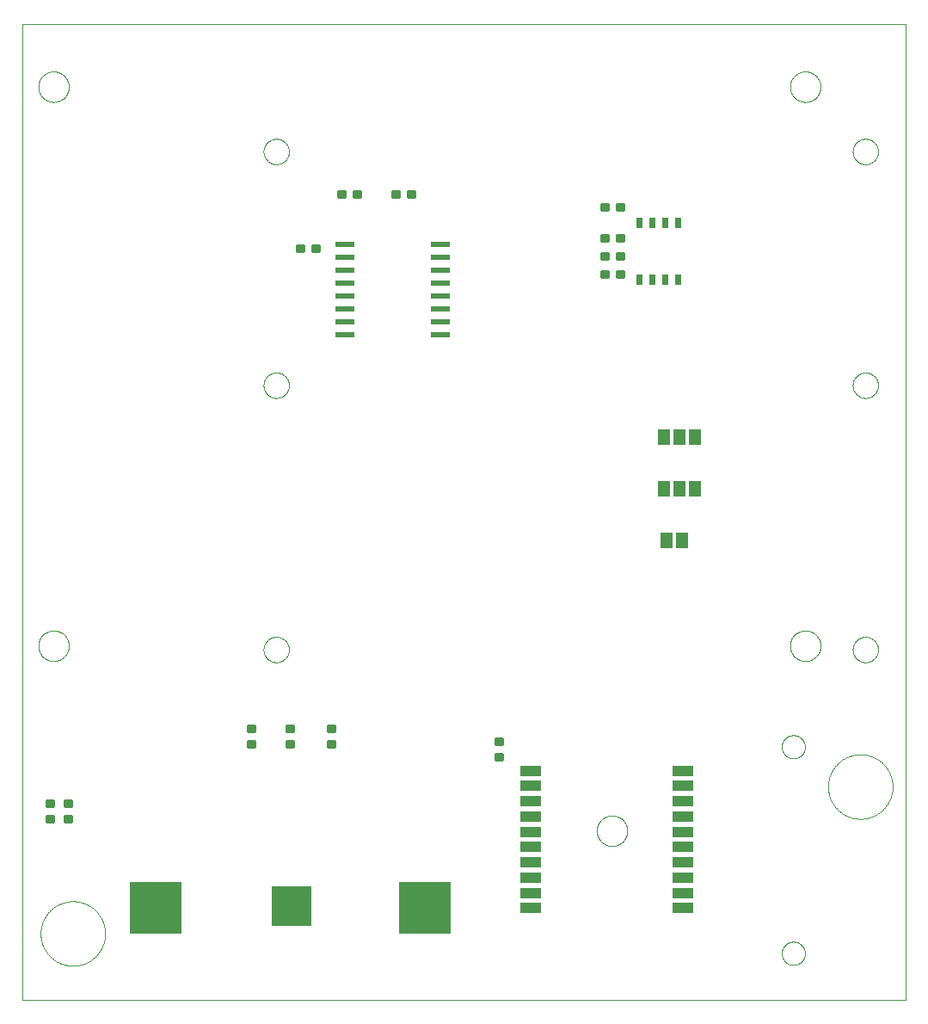
<source format=gtp>
G75*
%MOIN*%
%OFA0B0*%
%FSLAX25Y25*%
%IPPOS*%
%LPD*%
%AMOC8*
5,1,8,0,0,1.08239X$1,22.5*
%
%ADD10C,0.00000*%
%ADD11C,0.00875*%
%ADD12R,0.04600X0.06300*%
%ADD13R,0.20000X0.20000*%
%ADD14R,0.15600X0.15600*%
%ADD15C,0.00059*%
%ADD16R,0.07874X0.03937*%
%ADD17R,0.07800X0.02100*%
D10*
X0017623Y0020253D02*
X0017623Y0398206D01*
X0360143Y0398206D01*
X0360143Y0020253D01*
X0017623Y0020253D01*
X0024808Y0045843D02*
X0024812Y0046150D01*
X0024823Y0046456D01*
X0024842Y0046763D01*
X0024868Y0047068D01*
X0024902Y0047373D01*
X0024943Y0047677D01*
X0024992Y0047980D01*
X0025048Y0048282D01*
X0025112Y0048582D01*
X0025183Y0048880D01*
X0025261Y0049177D01*
X0025346Y0049472D01*
X0025439Y0049764D01*
X0025539Y0050054D01*
X0025646Y0050342D01*
X0025760Y0050627D01*
X0025880Y0050909D01*
X0026008Y0051187D01*
X0026143Y0051463D01*
X0026284Y0051735D01*
X0026432Y0052004D01*
X0026586Y0052269D01*
X0026747Y0052530D01*
X0026915Y0052788D01*
X0027088Y0053041D01*
X0027268Y0053289D01*
X0027454Y0053533D01*
X0027645Y0053773D01*
X0027843Y0054008D01*
X0028046Y0054237D01*
X0028255Y0054462D01*
X0028469Y0054682D01*
X0028689Y0054896D01*
X0028914Y0055105D01*
X0029143Y0055308D01*
X0029378Y0055506D01*
X0029618Y0055697D01*
X0029862Y0055883D01*
X0030110Y0056063D01*
X0030363Y0056236D01*
X0030621Y0056404D01*
X0030882Y0056565D01*
X0031147Y0056719D01*
X0031416Y0056867D01*
X0031688Y0057008D01*
X0031964Y0057143D01*
X0032242Y0057271D01*
X0032524Y0057391D01*
X0032809Y0057505D01*
X0033097Y0057612D01*
X0033387Y0057712D01*
X0033679Y0057805D01*
X0033974Y0057890D01*
X0034271Y0057968D01*
X0034569Y0058039D01*
X0034869Y0058103D01*
X0035171Y0058159D01*
X0035474Y0058208D01*
X0035778Y0058249D01*
X0036083Y0058283D01*
X0036388Y0058309D01*
X0036695Y0058328D01*
X0037001Y0058339D01*
X0037308Y0058343D01*
X0037615Y0058339D01*
X0037921Y0058328D01*
X0038228Y0058309D01*
X0038533Y0058283D01*
X0038838Y0058249D01*
X0039142Y0058208D01*
X0039445Y0058159D01*
X0039747Y0058103D01*
X0040047Y0058039D01*
X0040345Y0057968D01*
X0040642Y0057890D01*
X0040937Y0057805D01*
X0041229Y0057712D01*
X0041519Y0057612D01*
X0041807Y0057505D01*
X0042092Y0057391D01*
X0042374Y0057271D01*
X0042652Y0057143D01*
X0042928Y0057008D01*
X0043200Y0056867D01*
X0043469Y0056719D01*
X0043734Y0056565D01*
X0043995Y0056404D01*
X0044253Y0056236D01*
X0044506Y0056063D01*
X0044754Y0055883D01*
X0044998Y0055697D01*
X0045238Y0055506D01*
X0045473Y0055308D01*
X0045702Y0055105D01*
X0045927Y0054896D01*
X0046147Y0054682D01*
X0046361Y0054462D01*
X0046570Y0054237D01*
X0046773Y0054008D01*
X0046971Y0053773D01*
X0047162Y0053533D01*
X0047348Y0053289D01*
X0047528Y0053041D01*
X0047701Y0052788D01*
X0047869Y0052530D01*
X0048030Y0052269D01*
X0048184Y0052004D01*
X0048332Y0051735D01*
X0048473Y0051463D01*
X0048608Y0051187D01*
X0048736Y0050909D01*
X0048856Y0050627D01*
X0048970Y0050342D01*
X0049077Y0050054D01*
X0049177Y0049764D01*
X0049270Y0049472D01*
X0049355Y0049177D01*
X0049433Y0048880D01*
X0049504Y0048582D01*
X0049568Y0048282D01*
X0049624Y0047980D01*
X0049673Y0047677D01*
X0049714Y0047373D01*
X0049748Y0047068D01*
X0049774Y0046763D01*
X0049793Y0046456D01*
X0049804Y0046150D01*
X0049808Y0045843D01*
X0049804Y0045536D01*
X0049793Y0045230D01*
X0049774Y0044923D01*
X0049748Y0044618D01*
X0049714Y0044313D01*
X0049673Y0044009D01*
X0049624Y0043706D01*
X0049568Y0043404D01*
X0049504Y0043104D01*
X0049433Y0042806D01*
X0049355Y0042509D01*
X0049270Y0042214D01*
X0049177Y0041922D01*
X0049077Y0041632D01*
X0048970Y0041344D01*
X0048856Y0041059D01*
X0048736Y0040777D01*
X0048608Y0040499D01*
X0048473Y0040223D01*
X0048332Y0039951D01*
X0048184Y0039682D01*
X0048030Y0039417D01*
X0047869Y0039156D01*
X0047701Y0038898D01*
X0047528Y0038645D01*
X0047348Y0038397D01*
X0047162Y0038153D01*
X0046971Y0037913D01*
X0046773Y0037678D01*
X0046570Y0037449D01*
X0046361Y0037224D01*
X0046147Y0037004D01*
X0045927Y0036790D01*
X0045702Y0036581D01*
X0045473Y0036378D01*
X0045238Y0036180D01*
X0044998Y0035989D01*
X0044754Y0035803D01*
X0044506Y0035623D01*
X0044253Y0035450D01*
X0043995Y0035282D01*
X0043734Y0035121D01*
X0043469Y0034967D01*
X0043200Y0034819D01*
X0042928Y0034678D01*
X0042652Y0034543D01*
X0042374Y0034415D01*
X0042092Y0034295D01*
X0041807Y0034181D01*
X0041519Y0034074D01*
X0041229Y0033974D01*
X0040937Y0033881D01*
X0040642Y0033796D01*
X0040345Y0033718D01*
X0040047Y0033647D01*
X0039747Y0033583D01*
X0039445Y0033527D01*
X0039142Y0033478D01*
X0038838Y0033437D01*
X0038533Y0033403D01*
X0038228Y0033377D01*
X0037921Y0033358D01*
X0037615Y0033347D01*
X0037308Y0033343D01*
X0037001Y0033347D01*
X0036695Y0033358D01*
X0036388Y0033377D01*
X0036083Y0033403D01*
X0035778Y0033437D01*
X0035474Y0033478D01*
X0035171Y0033527D01*
X0034869Y0033583D01*
X0034569Y0033647D01*
X0034271Y0033718D01*
X0033974Y0033796D01*
X0033679Y0033881D01*
X0033387Y0033974D01*
X0033097Y0034074D01*
X0032809Y0034181D01*
X0032524Y0034295D01*
X0032242Y0034415D01*
X0031964Y0034543D01*
X0031688Y0034678D01*
X0031416Y0034819D01*
X0031147Y0034967D01*
X0030882Y0035121D01*
X0030621Y0035282D01*
X0030363Y0035450D01*
X0030110Y0035623D01*
X0029862Y0035803D01*
X0029618Y0035989D01*
X0029378Y0036180D01*
X0029143Y0036378D01*
X0028914Y0036581D01*
X0028689Y0036790D01*
X0028469Y0037004D01*
X0028255Y0037224D01*
X0028046Y0037449D01*
X0027843Y0037678D01*
X0027645Y0037913D01*
X0027454Y0038153D01*
X0027268Y0038397D01*
X0027088Y0038645D01*
X0026915Y0038898D01*
X0026747Y0039156D01*
X0026586Y0039417D01*
X0026432Y0039682D01*
X0026284Y0039951D01*
X0026143Y0040223D01*
X0026008Y0040499D01*
X0025880Y0040777D01*
X0025760Y0041059D01*
X0025646Y0041344D01*
X0025539Y0041632D01*
X0025439Y0041922D01*
X0025346Y0042214D01*
X0025261Y0042509D01*
X0025183Y0042806D01*
X0025112Y0043104D01*
X0025048Y0043404D01*
X0024992Y0043706D01*
X0024943Y0044009D01*
X0024902Y0044313D01*
X0024868Y0044618D01*
X0024842Y0044923D01*
X0024823Y0045230D01*
X0024812Y0045536D01*
X0024808Y0045843D01*
X0111206Y0155843D02*
X0111208Y0155983D01*
X0111214Y0156123D01*
X0111224Y0156262D01*
X0111238Y0156401D01*
X0111256Y0156540D01*
X0111277Y0156678D01*
X0111303Y0156816D01*
X0111333Y0156953D01*
X0111366Y0157088D01*
X0111404Y0157223D01*
X0111445Y0157357D01*
X0111490Y0157490D01*
X0111538Y0157621D01*
X0111591Y0157750D01*
X0111647Y0157879D01*
X0111706Y0158005D01*
X0111770Y0158130D01*
X0111836Y0158253D01*
X0111907Y0158374D01*
X0111980Y0158493D01*
X0112057Y0158610D01*
X0112138Y0158724D01*
X0112221Y0158836D01*
X0112308Y0158946D01*
X0112398Y0159054D01*
X0112490Y0159158D01*
X0112586Y0159260D01*
X0112685Y0159360D01*
X0112786Y0159456D01*
X0112890Y0159550D01*
X0112997Y0159640D01*
X0113106Y0159727D01*
X0113218Y0159812D01*
X0113332Y0159893D01*
X0113448Y0159971D01*
X0113566Y0160045D01*
X0113687Y0160116D01*
X0113809Y0160184D01*
X0113934Y0160248D01*
X0114060Y0160309D01*
X0114187Y0160366D01*
X0114317Y0160419D01*
X0114448Y0160469D01*
X0114580Y0160514D01*
X0114713Y0160557D01*
X0114848Y0160595D01*
X0114983Y0160629D01*
X0115120Y0160660D01*
X0115257Y0160687D01*
X0115395Y0160709D01*
X0115534Y0160728D01*
X0115673Y0160743D01*
X0115812Y0160754D01*
X0115952Y0160761D01*
X0116092Y0160764D01*
X0116232Y0160763D01*
X0116372Y0160758D01*
X0116511Y0160749D01*
X0116651Y0160736D01*
X0116790Y0160719D01*
X0116928Y0160698D01*
X0117066Y0160674D01*
X0117203Y0160645D01*
X0117339Y0160613D01*
X0117474Y0160576D01*
X0117608Y0160536D01*
X0117741Y0160492D01*
X0117872Y0160444D01*
X0118002Y0160393D01*
X0118131Y0160338D01*
X0118258Y0160279D01*
X0118383Y0160216D01*
X0118506Y0160151D01*
X0118628Y0160081D01*
X0118747Y0160008D01*
X0118865Y0159932D01*
X0118980Y0159853D01*
X0119093Y0159770D01*
X0119203Y0159684D01*
X0119311Y0159595D01*
X0119416Y0159503D01*
X0119519Y0159408D01*
X0119619Y0159310D01*
X0119716Y0159210D01*
X0119810Y0159106D01*
X0119902Y0159000D01*
X0119990Y0158892D01*
X0120075Y0158781D01*
X0120157Y0158667D01*
X0120236Y0158551D01*
X0120311Y0158434D01*
X0120383Y0158314D01*
X0120451Y0158192D01*
X0120516Y0158068D01*
X0120578Y0157942D01*
X0120636Y0157815D01*
X0120690Y0157686D01*
X0120741Y0157555D01*
X0120787Y0157423D01*
X0120830Y0157290D01*
X0120870Y0157156D01*
X0120905Y0157021D01*
X0120937Y0156884D01*
X0120964Y0156747D01*
X0120988Y0156609D01*
X0121008Y0156471D01*
X0121024Y0156332D01*
X0121036Y0156192D01*
X0121044Y0156053D01*
X0121048Y0155913D01*
X0121048Y0155773D01*
X0121044Y0155633D01*
X0121036Y0155494D01*
X0121024Y0155354D01*
X0121008Y0155215D01*
X0120988Y0155077D01*
X0120964Y0154939D01*
X0120937Y0154802D01*
X0120905Y0154665D01*
X0120870Y0154530D01*
X0120830Y0154396D01*
X0120787Y0154263D01*
X0120741Y0154131D01*
X0120690Y0154000D01*
X0120636Y0153871D01*
X0120578Y0153744D01*
X0120516Y0153618D01*
X0120451Y0153494D01*
X0120383Y0153372D01*
X0120311Y0153252D01*
X0120236Y0153135D01*
X0120157Y0153019D01*
X0120075Y0152905D01*
X0119990Y0152794D01*
X0119902Y0152686D01*
X0119810Y0152580D01*
X0119716Y0152476D01*
X0119619Y0152376D01*
X0119519Y0152278D01*
X0119416Y0152183D01*
X0119311Y0152091D01*
X0119203Y0152002D01*
X0119093Y0151916D01*
X0118980Y0151833D01*
X0118865Y0151754D01*
X0118747Y0151678D01*
X0118628Y0151605D01*
X0118506Y0151535D01*
X0118383Y0151470D01*
X0118258Y0151407D01*
X0118131Y0151348D01*
X0118002Y0151293D01*
X0117872Y0151242D01*
X0117741Y0151194D01*
X0117608Y0151150D01*
X0117474Y0151110D01*
X0117339Y0151073D01*
X0117203Y0151041D01*
X0117066Y0151012D01*
X0116928Y0150988D01*
X0116790Y0150967D01*
X0116651Y0150950D01*
X0116511Y0150937D01*
X0116372Y0150928D01*
X0116232Y0150923D01*
X0116092Y0150922D01*
X0115952Y0150925D01*
X0115812Y0150932D01*
X0115673Y0150943D01*
X0115534Y0150958D01*
X0115395Y0150977D01*
X0115257Y0150999D01*
X0115120Y0151026D01*
X0114983Y0151057D01*
X0114848Y0151091D01*
X0114713Y0151129D01*
X0114580Y0151172D01*
X0114448Y0151217D01*
X0114317Y0151267D01*
X0114187Y0151320D01*
X0114060Y0151377D01*
X0113934Y0151438D01*
X0113809Y0151502D01*
X0113687Y0151570D01*
X0113566Y0151641D01*
X0113448Y0151715D01*
X0113332Y0151793D01*
X0113218Y0151874D01*
X0113106Y0151959D01*
X0112997Y0152046D01*
X0112890Y0152136D01*
X0112786Y0152230D01*
X0112685Y0152326D01*
X0112586Y0152426D01*
X0112490Y0152528D01*
X0112398Y0152632D01*
X0112308Y0152740D01*
X0112221Y0152850D01*
X0112138Y0152962D01*
X0112057Y0153076D01*
X0111980Y0153193D01*
X0111907Y0153312D01*
X0111836Y0153433D01*
X0111770Y0153556D01*
X0111706Y0153681D01*
X0111647Y0153807D01*
X0111591Y0153936D01*
X0111538Y0154065D01*
X0111490Y0154196D01*
X0111445Y0154329D01*
X0111404Y0154463D01*
X0111366Y0154598D01*
X0111333Y0154733D01*
X0111303Y0154870D01*
X0111277Y0155008D01*
X0111256Y0155146D01*
X0111238Y0155285D01*
X0111224Y0155424D01*
X0111214Y0155563D01*
X0111208Y0155703D01*
X0111206Y0155843D01*
X0023914Y0157316D02*
X0023916Y0157469D01*
X0023922Y0157623D01*
X0023932Y0157776D01*
X0023946Y0157928D01*
X0023964Y0158081D01*
X0023986Y0158232D01*
X0024011Y0158383D01*
X0024041Y0158534D01*
X0024075Y0158684D01*
X0024112Y0158832D01*
X0024153Y0158980D01*
X0024198Y0159126D01*
X0024247Y0159272D01*
X0024300Y0159416D01*
X0024356Y0159558D01*
X0024416Y0159699D01*
X0024480Y0159839D01*
X0024547Y0159977D01*
X0024618Y0160113D01*
X0024693Y0160247D01*
X0024770Y0160379D01*
X0024852Y0160509D01*
X0024936Y0160637D01*
X0025024Y0160763D01*
X0025115Y0160886D01*
X0025209Y0161007D01*
X0025307Y0161125D01*
X0025407Y0161241D01*
X0025511Y0161354D01*
X0025617Y0161465D01*
X0025726Y0161573D01*
X0025838Y0161678D01*
X0025952Y0161779D01*
X0026070Y0161878D01*
X0026189Y0161974D01*
X0026311Y0162067D01*
X0026436Y0162156D01*
X0026563Y0162243D01*
X0026692Y0162325D01*
X0026823Y0162405D01*
X0026956Y0162481D01*
X0027091Y0162554D01*
X0027228Y0162623D01*
X0027367Y0162688D01*
X0027507Y0162750D01*
X0027649Y0162808D01*
X0027792Y0162863D01*
X0027937Y0162914D01*
X0028083Y0162961D01*
X0028230Y0163004D01*
X0028378Y0163043D01*
X0028527Y0163079D01*
X0028677Y0163110D01*
X0028828Y0163138D01*
X0028979Y0163162D01*
X0029132Y0163182D01*
X0029284Y0163198D01*
X0029437Y0163210D01*
X0029590Y0163218D01*
X0029743Y0163222D01*
X0029897Y0163222D01*
X0030050Y0163218D01*
X0030203Y0163210D01*
X0030356Y0163198D01*
X0030508Y0163182D01*
X0030661Y0163162D01*
X0030812Y0163138D01*
X0030963Y0163110D01*
X0031113Y0163079D01*
X0031262Y0163043D01*
X0031410Y0163004D01*
X0031557Y0162961D01*
X0031703Y0162914D01*
X0031848Y0162863D01*
X0031991Y0162808D01*
X0032133Y0162750D01*
X0032273Y0162688D01*
X0032412Y0162623D01*
X0032549Y0162554D01*
X0032684Y0162481D01*
X0032817Y0162405D01*
X0032948Y0162325D01*
X0033077Y0162243D01*
X0033204Y0162156D01*
X0033329Y0162067D01*
X0033451Y0161974D01*
X0033570Y0161878D01*
X0033688Y0161779D01*
X0033802Y0161678D01*
X0033914Y0161573D01*
X0034023Y0161465D01*
X0034129Y0161354D01*
X0034233Y0161241D01*
X0034333Y0161125D01*
X0034431Y0161007D01*
X0034525Y0160886D01*
X0034616Y0160763D01*
X0034704Y0160637D01*
X0034788Y0160509D01*
X0034870Y0160379D01*
X0034947Y0160247D01*
X0035022Y0160113D01*
X0035093Y0159977D01*
X0035160Y0159839D01*
X0035224Y0159699D01*
X0035284Y0159558D01*
X0035340Y0159416D01*
X0035393Y0159272D01*
X0035442Y0159126D01*
X0035487Y0158980D01*
X0035528Y0158832D01*
X0035565Y0158684D01*
X0035599Y0158534D01*
X0035629Y0158383D01*
X0035654Y0158232D01*
X0035676Y0158081D01*
X0035694Y0157928D01*
X0035708Y0157776D01*
X0035718Y0157623D01*
X0035724Y0157469D01*
X0035726Y0157316D01*
X0035724Y0157163D01*
X0035718Y0157009D01*
X0035708Y0156856D01*
X0035694Y0156704D01*
X0035676Y0156551D01*
X0035654Y0156400D01*
X0035629Y0156249D01*
X0035599Y0156098D01*
X0035565Y0155948D01*
X0035528Y0155800D01*
X0035487Y0155652D01*
X0035442Y0155506D01*
X0035393Y0155360D01*
X0035340Y0155216D01*
X0035284Y0155074D01*
X0035224Y0154933D01*
X0035160Y0154793D01*
X0035093Y0154655D01*
X0035022Y0154519D01*
X0034947Y0154385D01*
X0034870Y0154253D01*
X0034788Y0154123D01*
X0034704Y0153995D01*
X0034616Y0153869D01*
X0034525Y0153746D01*
X0034431Y0153625D01*
X0034333Y0153507D01*
X0034233Y0153391D01*
X0034129Y0153278D01*
X0034023Y0153167D01*
X0033914Y0153059D01*
X0033802Y0152954D01*
X0033688Y0152853D01*
X0033570Y0152754D01*
X0033451Y0152658D01*
X0033329Y0152565D01*
X0033204Y0152476D01*
X0033077Y0152389D01*
X0032948Y0152307D01*
X0032817Y0152227D01*
X0032684Y0152151D01*
X0032549Y0152078D01*
X0032412Y0152009D01*
X0032273Y0151944D01*
X0032133Y0151882D01*
X0031991Y0151824D01*
X0031848Y0151769D01*
X0031703Y0151718D01*
X0031557Y0151671D01*
X0031410Y0151628D01*
X0031262Y0151589D01*
X0031113Y0151553D01*
X0030963Y0151522D01*
X0030812Y0151494D01*
X0030661Y0151470D01*
X0030508Y0151450D01*
X0030356Y0151434D01*
X0030203Y0151422D01*
X0030050Y0151414D01*
X0029897Y0151410D01*
X0029743Y0151410D01*
X0029590Y0151414D01*
X0029437Y0151422D01*
X0029284Y0151434D01*
X0029132Y0151450D01*
X0028979Y0151470D01*
X0028828Y0151494D01*
X0028677Y0151522D01*
X0028527Y0151553D01*
X0028378Y0151589D01*
X0028230Y0151628D01*
X0028083Y0151671D01*
X0027937Y0151718D01*
X0027792Y0151769D01*
X0027649Y0151824D01*
X0027507Y0151882D01*
X0027367Y0151944D01*
X0027228Y0152009D01*
X0027091Y0152078D01*
X0026956Y0152151D01*
X0026823Y0152227D01*
X0026692Y0152307D01*
X0026563Y0152389D01*
X0026436Y0152476D01*
X0026311Y0152565D01*
X0026189Y0152658D01*
X0026070Y0152754D01*
X0025952Y0152853D01*
X0025838Y0152954D01*
X0025726Y0153059D01*
X0025617Y0153167D01*
X0025511Y0153278D01*
X0025407Y0153391D01*
X0025307Y0153507D01*
X0025209Y0153625D01*
X0025115Y0153746D01*
X0025024Y0153869D01*
X0024936Y0153995D01*
X0024852Y0154123D01*
X0024770Y0154253D01*
X0024693Y0154385D01*
X0024618Y0154519D01*
X0024547Y0154655D01*
X0024480Y0154793D01*
X0024416Y0154933D01*
X0024356Y0155074D01*
X0024300Y0155216D01*
X0024247Y0155360D01*
X0024198Y0155506D01*
X0024153Y0155652D01*
X0024112Y0155800D01*
X0024075Y0155948D01*
X0024041Y0156098D01*
X0024011Y0156249D01*
X0023986Y0156400D01*
X0023964Y0156551D01*
X0023946Y0156704D01*
X0023932Y0156856D01*
X0023922Y0157009D01*
X0023916Y0157163D01*
X0023914Y0157316D01*
X0111206Y0258206D02*
X0111208Y0258346D01*
X0111214Y0258486D01*
X0111224Y0258625D01*
X0111238Y0258764D01*
X0111256Y0258903D01*
X0111277Y0259041D01*
X0111303Y0259179D01*
X0111333Y0259316D01*
X0111366Y0259451D01*
X0111404Y0259586D01*
X0111445Y0259720D01*
X0111490Y0259853D01*
X0111538Y0259984D01*
X0111591Y0260113D01*
X0111647Y0260242D01*
X0111706Y0260368D01*
X0111770Y0260493D01*
X0111836Y0260616D01*
X0111907Y0260737D01*
X0111980Y0260856D01*
X0112057Y0260973D01*
X0112138Y0261087D01*
X0112221Y0261199D01*
X0112308Y0261309D01*
X0112398Y0261417D01*
X0112490Y0261521D01*
X0112586Y0261623D01*
X0112685Y0261723D01*
X0112786Y0261819D01*
X0112890Y0261913D01*
X0112997Y0262003D01*
X0113106Y0262090D01*
X0113218Y0262175D01*
X0113332Y0262256D01*
X0113448Y0262334D01*
X0113566Y0262408D01*
X0113687Y0262479D01*
X0113809Y0262547D01*
X0113934Y0262611D01*
X0114060Y0262672D01*
X0114187Y0262729D01*
X0114317Y0262782D01*
X0114448Y0262832D01*
X0114580Y0262877D01*
X0114713Y0262920D01*
X0114848Y0262958D01*
X0114983Y0262992D01*
X0115120Y0263023D01*
X0115257Y0263050D01*
X0115395Y0263072D01*
X0115534Y0263091D01*
X0115673Y0263106D01*
X0115812Y0263117D01*
X0115952Y0263124D01*
X0116092Y0263127D01*
X0116232Y0263126D01*
X0116372Y0263121D01*
X0116511Y0263112D01*
X0116651Y0263099D01*
X0116790Y0263082D01*
X0116928Y0263061D01*
X0117066Y0263037D01*
X0117203Y0263008D01*
X0117339Y0262976D01*
X0117474Y0262939D01*
X0117608Y0262899D01*
X0117741Y0262855D01*
X0117872Y0262807D01*
X0118002Y0262756D01*
X0118131Y0262701D01*
X0118258Y0262642D01*
X0118383Y0262579D01*
X0118506Y0262514D01*
X0118628Y0262444D01*
X0118747Y0262371D01*
X0118865Y0262295D01*
X0118980Y0262216D01*
X0119093Y0262133D01*
X0119203Y0262047D01*
X0119311Y0261958D01*
X0119416Y0261866D01*
X0119519Y0261771D01*
X0119619Y0261673D01*
X0119716Y0261573D01*
X0119810Y0261469D01*
X0119902Y0261363D01*
X0119990Y0261255D01*
X0120075Y0261144D01*
X0120157Y0261030D01*
X0120236Y0260914D01*
X0120311Y0260797D01*
X0120383Y0260677D01*
X0120451Y0260555D01*
X0120516Y0260431D01*
X0120578Y0260305D01*
X0120636Y0260178D01*
X0120690Y0260049D01*
X0120741Y0259918D01*
X0120787Y0259786D01*
X0120830Y0259653D01*
X0120870Y0259519D01*
X0120905Y0259384D01*
X0120937Y0259247D01*
X0120964Y0259110D01*
X0120988Y0258972D01*
X0121008Y0258834D01*
X0121024Y0258695D01*
X0121036Y0258555D01*
X0121044Y0258416D01*
X0121048Y0258276D01*
X0121048Y0258136D01*
X0121044Y0257996D01*
X0121036Y0257857D01*
X0121024Y0257717D01*
X0121008Y0257578D01*
X0120988Y0257440D01*
X0120964Y0257302D01*
X0120937Y0257165D01*
X0120905Y0257028D01*
X0120870Y0256893D01*
X0120830Y0256759D01*
X0120787Y0256626D01*
X0120741Y0256494D01*
X0120690Y0256363D01*
X0120636Y0256234D01*
X0120578Y0256107D01*
X0120516Y0255981D01*
X0120451Y0255857D01*
X0120383Y0255735D01*
X0120311Y0255615D01*
X0120236Y0255498D01*
X0120157Y0255382D01*
X0120075Y0255268D01*
X0119990Y0255157D01*
X0119902Y0255049D01*
X0119810Y0254943D01*
X0119716Y0254839D01*
X0119619Y0254739D01*
X0119519Y0254641D01*
X0119416Y0254546D01*
X0119311Y0254454D01*
X0119203Y0254365D01*
X0119093Y0254279D01*
X0118980Y0254196D01*
X0118865Y0254117D01*
X0118747Y0254041D01*
X0118628Y0253968D01*
X0118506Y0253898D01*
X0118383Y0253833D01*
X0118258Y0253770D01*
X0118131Y0253711D01*
X0118002Y0253656D01*
X0117872Y0253605D01*
X0117741Y0253557D01*
X0117608Y0253513D01*
X0117474Y0253473D01*
X0117339Y0253436D01*
X0117203Y0253404D01*
X0117066Y0253375D01*
X0116928Y0253351D01*
X0116790Y0253330D01*
X0116651Y0253313D01*
X0116511Y0253300D01*
X0116372Y0253291D01*
X0116232Y0253286D01*
X0116092Y0253285D01*
X0115952Y0253288D01*
X0115812Y0253295D01*
X0115673Y0253306D01*
X0115534Y0253321D01*
X0115395Y0253340D01*
X0115257Y0253362D01*
X0115120Y0253389D01*
X0114983Y0253420D01*
X0114848Y0253454D01*
X0114713Y0253492D01*
X0114580Y0253535D01*
X0114448Y0253580D01*
X0114317Y0253630D01*
X0114187Y0253683D01*
X0114060Y0253740D01*
X0113934Y0253801D01*
X0113809Y0253865D01*
X0113687Y0253933D01*
X0113566Y0254004D01*
X0113448Y0254078D01*
X0113332Y0254156D01*
X0113218Y0254237D01*
X0113106Y0254322D01*
X0112997Y0254409D01*
X0112890Y0254499D01*
X0112786Y0254593D01*
X0112685Y0254689D01*
X0112586Y0254789D01*
X0112490Y0254891D01*
X0112398Y0254995D01*
X0112308Y0255103D01*
X0112221Y0255213D01*
X0112138Y0255325D01*
X0112057Y0255439D01*
X0111980Y0255556D01*
X0111907Y0255675D01*
X0111836Y0255796D01*
X0111770Y0255919D01*
X0111706Y0256044D01*
X0111647Y0256170D01*
X0111591Y0256299D01*
X0111538Y0256428D01*
X0111490Y0256559D01*
X0111445Y0256692D01*
X0111404Y0256826D01*
X0111366Y0256961D01*
X0111333Y0257096D01*
X0111303Y0257233D01*
X0111277Y0257371D01*
X0111256Y0257509D01*
X0111238Y0257648D01*
X0111224Y0257787D01*
X0111214Y0257926D01*
X0111208Y0258066D01*
X0111206Y0258206D01*
X0111206Y0348757D02*
X0111208Y0348897D01*
X0111214Y0349037D01*
X0111224Y0349176D01*
X0111238Y0349315D01*
X0111256Y0349454D01*
X0111277Y0349592D01*
X0111303Y0349730D01*
X0111333Y0349867D01*
X0111366Y0350002D01*
X0111404Y0350137D01*
X0111445Y0350271D01*
X0111490Y0350404D01*
X0111538Y0350535D01*
X0111591Y0350664D01*
X0111647Y0350793D01*
X0111706Y0350919D01*
X0111770Y0351044D01*
X0111836Y0351167D01*
X0111907Y0351288D01*
X0111980Y0351407D01*
X0112057Y0351524D01*
X0112138Y0351638D01*
X0112221Y0351750D01*
X0112308Y0351860D01*
X0112398Y0351968D01*
X0112490Y0352072D01*
X0112586Y0352174D01*
X0112685Y0352274D01*
X0112786Y0352370D01*
X0112890Y0352464D01*
X0112997Y0352554D01*
X0113106Y0352641D01*
X0113218Y0352726D01*
X0113332Y0352807D01*
X0113448Y0352885D01*
X0113566Y0352959D01*
X0113687Y0353030D01*
X0113809Y0353098D01*
X0113934Y0353162D01*
X0114060Y0353223D01*
X0114187Y0353280D01*
X0114317Y0353333D01*
X0114448Y0353383D01*
X0114580Y0353428D01*
X0114713Y0353471D01*
X0114848Y0353509D01*
X0114983Y0353543D01*
X0115120Y0353574D01*
X0115257Y0353601D01*
X0115395Y0353623D01*
X0115534Y0353642D01*
X0115673Y0353657D01*
X0115812Y0353668D01*
X0115952Y0353675D01*
X0116092Y0353678D01*
X0116232Y0353677D01*
X0116372Y0353672D01*
X0116511Y0353663D01*
X0116651Y0353650D01*
X0116790Y0353633D01*
X0116928Y0353612D01*
X0117066Y0353588D01*
X0117203Y0353559D01*
X0117339Y0353527D01*
X0117474Y0353490D01*
X0117608Y0353450D01*
X0117741Y0353406D01*
X0117872Y0353358D01*
X0118002Y0353307D01*
X0118131Y0353252D01*
X0118258Y0353193D01*
X0118383Y0353130D01*
X0118506Y0353065D01*
X0118628Y0352995D01*
X0118747Y0352922D01*
X0118865Y0352846D01*
X0118980Y0352767D01*
X0119093Y0352684D01*
X0119203Y0352598D01*
X0119311Y0352509D01*
X0119416Y0352417D01*
X0119519Y0352322D01*
X0119619Y0352224D01*
X0119716Y0352124D01*
X0119810Y0352020D01*
X0119902Y0351914D01*
X0119990Y0351806D01*
X0120075Y0351695D01*
X0120157Y0351581D01*
X0120236Y0351465D01*
X0120311Y0351348D01*
X0120383Y0351228D01*
X0120451Y0351106D01*
X0120516Y0350982D01*
X0120578Y0350856D01*
X0120636Y0350729D01*
X0120690Y0350600D01*
X0120741Y0350469D01*
X0120787Y0350337D01*
X0120830Y0350204D01*
X0120870Y0350070D01*
X0120905Y0349935D01*
X0120937Y0349798D01*
X0120964Y0349661D01*
X0120988Y0349523D01*
X0121008Y0349385D01*
X0121024Y0349246D01*
X0121036Y0349106D01*
X0121044Y0348967D01*
X0121048Y0348827D01*
X0121048Y0348687D01*
X0121044Y0348547D01*
X0121036Y0348408D01*
X0121024Y0348268D01*
X0121008Y0348129D01*
X0120988Y0347991D01*
X0120964Y0347853D01*
X0120937Y0347716D01*
X0120905Y0347579D01*
X0120870Y0347444D01*
X0120830Y0347310D01*
X0120787Y0347177D01*
X0120741Y0347045D01*
X0120690Y0346914D01*
X0120636Y0346785D01*
X0120578Y0346658D01*
X0120516Y0346532D01*
X0120451Y0346408D01*
X0120383Y0346286D01*
X0120311Y0346166D01*
X0120236Y0346049D01*
X0120157Y0345933D01*
X0120075Y0345819D01*
X0119990Y0345708D01*
X0119902Y0345600D01*
X0119810Y0345494D01*
X0119716Y0345390D01*
X0119619Y0345290D01*
X0119519Y0345192D01*
X0119416Y0345097D01*
X0119311Y0345005D01*
X0119203Y0344916D01*
X0119093Y0344830D01*
X0118980Y0344747D01*
X0118865Y0344668D01*
X0118747Y0344592D01*
X0118628Y0344519D01*
X0118506Y0344449D01*
X0118383Y0344384D01*
X0118258Y0344321D01*
X0118131Y0344262D01*
X0118002Y0344207D01*
X0117872Y0344156D01*
X0117741Y0344108D01*
X0117608Y0344064D01*
X0117474Y0344024D01*
X0117339Y0343987D01*
X0117203Y0343955D01*
X0117066Y0343926D01*
X0116928Y0343902D01*
X0116790Y0343881D01*
X0116651Y0343864D01*
X0116511Y0343851D01*
X0116372Y0343842D01*
X0116232Y0343837D01*
X0116092Y0343836D01*
X0115952Y0343839D01*
X0115812Y0343846D01*
X0115673Y0343857D01*
X0115534Y0343872D01*
X0115395Y0343891D01*
X0115257Y0343913D01*
X0115120Y0343940D01*
X0114983Y0343971D01*
X0114848Y0344005D01*
X0114713Y0344043D01*
X0114580Y0344086D01*
X0114448Y0344131D01*
X0114317Y0344181D01*
X0114187Y0344234D01*
X0114060Y0344291D01*
X0113934Y0344352D01*
X0113809Y0344416D01*
X0113687Y0344484D01*
X0113566Y0344555D01*
X0113448Y0344629D01*
X0113332Y0344707D01*
X0113218Y0344788D01*
X0113106Y0344873D01*
X0112997Y0344960D01*
X0112890Y0345050D01*
X0112786Y0345144D01*
X0112685Y0345240D01*
X0112586Y0345340D01*
X0112490Y0345442D01*
X0112398Y0345546D01*
X0112308Y0345654D01*
X0112221Y0345764D01*
X0112138Y0345876D01*
X0112057Y0345990D01*
X0111980Y0346107D01*
X0111907Y0346226D01*
X0111836Y0346347D01*
X0111770Y0346470D01*
X0111706Y0346595D01*
X0111647Y0346721D01*
X0111591Y0346850D01*
X0111538Y0346979D01*
X0111490Y0347110D01*
X0111445Y0347243D01*
X0111404Y0347377D01*
X0111366Y0347512D01*
X0111333Y0347647D01*
X0111303Y0347784D01*
X0111277Y0347922D01*
X0111256Y0348060D01*
X0111238Y0348199D01*
X0111224Y0348338D01*
X0111214Y0348477D01*
X0111208Y0348617D01*
X0111206Y0348757D01*
X0023914Y0373851D02*
X0023916Y0374004D01*
X0023922Y0374158D01*
X0023932Y0374311D01*
X0023946Y0374463D01*
X0023964Y0374616D01*
X0023986Y0374767D01*
X0024011Y0374918D01*
X0024041Y0375069D01*
X0024075Y0375219D01*
X0024112Y0375367D01*
X0024153Y0375515D01*
X0024198Y0375661D01*
X0024247Y0375807D01*
X0024300Y0375951D01*
X0024356Y0376093D01*
X0024416Y0376234D01*
X0024480Y0376374D01*
X0024547Y0376512D01*
X0024618Y0376648D01*
X0024693Y0376782D01*
X0024770Y0376914D01*
X0024852Y0377044D01*
X0024936Y0377172D01*
X0025024Y0377298D01*
X0025115Y0377421D01*
X0025209Y0377542D01*
X0025307Y0377660D01*
X0025407Y0377776D01*
X0025511Y0377889D01*
X0025617Y0378000D01*
X0025726Y0378108D01*
X0025838Y0378213D01*
X0025952Y0378314D01*
X0026070Y0378413D01*
X0026189Y0378509D01*
X0026311Y0378602D01*
X0026436Y0378691D01*
X0026563Y0378778D01*
X0026692Y0378860D01*
X0026823Y0378940D01*
X0026956Y0379016D01*
X0027091Y0379089D01*
X0027228Y0379158D01*
X0027367Y0379223D01*
X0027507Y0379285D01*
X0027649Y0379343D01*
X0027792Y0379398D01*
X0027937Y0379449D01*
X0028083Y0379496D01*
X0028230Y0379539D01*
X0028378Y0379578D01*
X0028527Y0379614D01*
X0028677Y0379645D01*
X0028828Y0379673D01*
X0028979Y0379697D01*
X0029132Y0379717D01*
X0029284Y0379733D01*
X0029437Y0379745D01*
X0029590Y0379753D01*
X0029743Y0379757D01*
X0029897Y0379757D01*
X0030050Y0379753D01*
X0030203Y0379745D01*
X0030356Y0379733D01*
X0030508Y0379717D01*
X0030661Y0379697D01*
X0030812Y0379673D01*
X0030963Y0379645D01*
X0031113Y0379614D01*
X0031262Y0379578D01*
X0031410Y0379539D01*
X0031557Y0379496D01*
X0031703Y0379449D01*
X0031848Y0379398D01*
X0031991Y0379343D01*
X0032133Y0379285D01*
X0032273Y0379223D01*
X0032412Y0379158D01*
X0032549Y0379089D01*
X0032684Y0379016D01*
X0032817Y0378940D01*
X0032948Y0378860D01*
X0033077Y0378778D01*
X0033204Y0378691D01*
X0033329Y0378602D01*
X0033451Y0378509D01*
X0033570Y0378413D01*
X0033688Y0378314D01*
X0033802Y0378213D01*
X0033914Y0378108D01*
X0034023Y0378000D01*
X0034129Y0377889D01*
X0034233Y0377776D01*
X0034333Y0377660D01*
X0034431Y0377542D01*
X0034525Y0377421D01*
X0034616Y0377298D01*
X0034704Y0377172D01*
X0034788Y0377044D01*
X0034870Y0376914D01*
X0034947Y0376782D01*
X0035022Y0376648D01*
X0035093Y0376512D01*
X0035160Y0376374D01*
X0035224Y0376234D01*
X0035284Y0376093D01*
X0035340Y0375951D01*
X0035393Y0375807D01*
X0035442Y0375661D01*
X0035487Y0375515D01*
X0035528Y0375367D01*
X0035565Y0375219D01*
X0035599Y0375069D01*
X0035629Y0374918D01*
X0035654Y0374767D01*
X0035676Y0374616D01*
X0035694Y0374463D01*
X0035708Y0374311D01*
X0035718Y0374158D01*
X0035724Y0374004D01*
X0035726Y0373851D01*
X0035724Y0373698D01*
X0035718Y0373544D01*
X0035708Y0373391D01*
X0035694Y0373239D01*
X0035676Y0373086D01*
X0035654Y0372935D01*
X0035629Y0372784D01*
X0035599Y0372633D01*
X0035565Y0372483D01*
X0035528Y0372335D01*
X0035487Y0372187D01*
X0035442Y0372041D01*
X0035393Y0371895D01*
X0035340Y0371751D01*
X0035284Y0371609D01*
X0035224Y0371468D01*
X0035160Y0371328D01*
X0035093Y0371190D01*
X0035022Y0371054D01*
X0034947Y0370920D01*
X0034870Y0370788D01*
X0034788Y0370658D01*
X0034704Y0370530D01*
X0034616Y0370404D01*
X0034525Y0370281D01*
X0034431Y0370160D01*
X0034333Y0370042D01*
X0034233Y0369926D01*
X0034129Y0369813D01*
X0034023Y0369702D01*
X0033914Y0369594D01*
X0033802Y0369489D01*
X0033688Y0369388D01*
X0033570Y0369289D01*
X0033451Y0369193D01*
X0033329Y0369100D01*
X0033204Y0369011D01*
X0033077Y0368924D01*
X0032948Y0368842D01*
X0032817Y0368762D01*
X0032684Y0368686D01*
X0032549Y0368613D01*
X0032412Y0368544D01*
X0032273Y0368479D01*
X0032133Y0368417D01*
X0031991Y0368359D01*
X0031848Y0368304D01*
X0031703Y0368253D01*
X0031557Y0368206D01*
X0031410Y0368163D01*
X0031262Y0368124D01*
X0031113Y0368088D01*
X0030963Y0368057D01*
X0030812Y0368029D01*
X0030661Y0368005D01*
X0030508Y0367985D01*
X0030356Y0367969D01*
X0030203Y0367957D01*
X0030050Y0367949D01*
X0029897Y0367945D01*
X0029743Y0367945D01*
X0029590Y0367949D01*
X0029437Y0367957D01*
X0029284Y0367969D01*
X0029132Y0367985D01*
X0028979Y0368005D01*
X0028828Y0368029D01*
X0028677Y0368057D01*
X0028527Y0368088D01*
X0028378Y0368124D01*
X0028230Y0368163D01*
X0028083Y0368206D01*
X0027937Y0368253D01*
X0027792Y0368304D01*
X0027649Y0368359D01*
X0027507Y0368417D01*
X0027367Y0368479D01*
X0027228Y0368544D01*
X0027091Y0368613D01*
X0026956Y0368686D01*
X0026823Y0368762D01*
X0026692Y0368842D01*
X0026563Y0368924D01*
X0026436Y0369011D01*
X0026311Y0369100D01*
X0026189Y0369193D01*
X0026070Y0369289D01*
X0025952Y0369388D01*
X0025838Y0369489D01*
X0025726Y0369594D01*
X0025617Y0369702D01*
X0025511Y0369813D01*
X0025407Y0369926D01*
X0025307Y0370042D01*
X0025209Y0370160D01*
X0025115Y0370281D01*
X0025024Y0370404D01*
X0024936Y0370530D01*
X0024852Y0370658D01*
X0024770Y0370788D01*
X0024693Y0370920D01*
X0024618Y0371054D01*
X0024547Y0371190D01*
X0024480Y0371328D01*
X0024416Y0371468D01*
X0024356Y0371609D01*
X0024300Y0371751D01*
X0024247Y0371895D01*
X0024198Y0372041D01*
X0024153Y0372187D01*
X0024112Y0372335D01*
X0024075Y0372483D01*
X0024041Y0372633D01*
X0024011Y0372784D01*
X0023986Y0372935D01*
X0023964Y0373086D01*
X0023946Y0373239D01*
X0023932Y0373391D01*
X0023922Y0373544D01*
X0023916Y0373698D01*
X0023914Y0373851D01*
X0240363Y0085646D02*
X0240365Y0085799D01*
X0240371Y0085953D01*
X0240381Y0086106D01*
X0240395Y0086258D01*
X0240413Y0086411D01*
X0240435Y0086562D01*
X0240460Y0086713D01*
X0240490Y0086864D01*
X0240524Y0087014D01*
X0240561Y0087162D01*
X0240602Y0087310D01*
X0240647Y0087456D01*
X0240696Y0087602D01*
X0240749Y0087746D01*
X0240805Y0087888D01*
X0240865Y0088029D01*
X0240929Y0088169D01*
X0240996Y0088307D01*
X0241067Y0088443D01*
X0241142Y0088577D01*
X0241219Y0088709D01*
X0241301Y0088839D01*
X0241385Y0088967D01*
X0241473Y0089093D01*
X0241564Y0089216D01*
X0241658Y0089337D01*
X0241756Y0089455D01*
X0241856Y0089571D01*
X0241960Y0089684D01*
X0242066Y0089795D01*
X0242175Y0089903D01*
X0242287Y0090008D01*
X0242401Y0090109D01*
X0242519Y0090208D01*
X0242638Y0090304D01*
X0242760Y0090397D01*
X0242885Y0090486D01*
X0243012Y0090573D01*
X0243141Y0090655D01*
X0243272Y0090735D01*
X0243405Y0090811D01*
X0243540Y0090884D01*
X0243677Y0090953D01*
X0243816Y0091018D01*
X0243956Y0091080D01*
X0244098Y0091138D01*
X0244241Y0091193D01*
X0244386Y0091244D01*
X0244532Y0091291D01*
X0244679Y0091334D01*
X0244827Y0091373D01*
X0244976Y0091409D01*
X0245126Y0091440D01*
X0245277Y0091468D01*
X0245428Y0091492D01*
X0245581Y0091512D01*
X0245733Y0091528D01*
X0245886Y0091540D01*
X0246039Y0091548D01*
X0246192Y0091552D01*
X0246346Y0091552D01*
X0246499Y0091548D01*
X0246652Y0091540D01*
X0246805Y0091528D01*
X0246957Y0091512D01*
X0247110Y0091492D01*
X0247261Y0091468D01*
X0247412Y0091440D01*
X0247562Y0091409D01*
X0247711Y0091373D01*
X0247859Y0091334D01*
X0248006Y0091291D01*
X0248152Y0091244D01*
X0248297Y0091193D01*
X0248440Y0091138D01*
X0248582Y0091080D01*
X0248722Y0091018D01*
X0248861Y0090953D01*
X0248998Y0090884D01*
X0249133Y0090811D01*
X0249266Y0090735D01*
X0249397Y0090655D01*
X0249526Y0090573D01*
X0249653Y0090486D01*
X0249778Y0090397D01*
X0249900Y0090304D01*
X0250019Y0090208D01*
X0250137Y0090109D01*
X0250251Y0090008D01*
X0250363Y0089903D01*
X0250472Y0089795D01*
X0250578Y0089684D01*
X0250682Y0089571D01*
X0250782Y0089455D01*
X0250880Y0089337D01*
X0250974Y0089216D01*
X0251065Y0089093D01*
X0251153Y0088967D01*
X0251237Y0088839D01*
X0251319Y0088709D01*
X0251396Y0088577D01*
X0251471Y0088443D01*
X0251542Y0088307D01*
X0251609Y0088169D01*
X0251673Y0088029D01*
X0251733Y0087888D01*
X0251789Y0087746D01*
X0251842Y0087602D01*
X0251891Y0087456D01*
X0251936Y0087310D01*
X0251977Y0087162D01*
X0252014Y0087014D01*
X0252048Y0086864D01*
X0252078Y0086713D01*
X0252103Y0086562D01*
X0252125Y0086411D01*
X0252143Y0086258D01*
X0252157Y0086106D01*
X0252167Y0085953D01*
X0252173Y0085799D01*
X0252175Y0085646D01*
X0252173Y0085493D01*
X0252167Y0085339D01*
X0252157Y0085186D01*
X0252143Y0085034D01*
X0252125Y0084881D01*
X0252103Y0084730D01*
X0252078Y0084579D01*
X0252048Y0084428D01*
X0252014Y0084278D01*
X0251977Y0084130D01*
X0251936Y0083982D01*
X0251891Y0083836D01*
X0251842Y0083690D01*
X0251789Y0083546D01*
X0251733Y0083404D01*
X0251673Y0083263D01*
X0251609Y0083123D01*
X0251542Y0082985D01*
X0251471Y0082849D01*
X0251396Y0082715D01*
X0251319Y0082583D01*
X0251237Y0082453D01*
X0251153Y0082325D01*
X0251065Y0082199D01*
X0250974Y0082076D01*
X0250880Y0081955D01*
X0250782Y0081837D01*
X0250682Y0081721D01*
X0250578Y0081608D01*
X0250472Y0081497D01*
X0250363Y0081389D01*
X0250251Y0081284D01*
X0250137Y0081183D01*
X0250019Y0081084D01*
X0249900Y0080988D01*
X0249778Y0080895D01*
X0249653Y0080806D01*
X0249526Y0080719D01*
X0249397Y0080637D01*
X0249266Y0080557D01*
X0249133Y0080481D01*
X0248998Y0080408D01*
X0248861Y0080339D01*
X0248722Y0080274D01*
X0248582Y0080212D01*
X0248440Y0080154D01*
X0248297Y0080099D01*
X0248152Y0080048D01*
X0248006Y0080001D01*
X0247859Y0079958D01*
X0247711Y0079919D01*
X0247562Y0079883D01*
X0247412Y0079852D01*
X0247261Y0079824D01*
X0247110Y0079800D01*
X0246957Y0079780D01*
X0246805Y0079764D01*
X0246652Y0079752D01*
X0246499Y0079744D01*
X0246346Y0079740D01*
X0246192Y0079740D01*
X0246039Y0079744D01*
X0245886Y0079752D01*
X0245733Y0079764D01*
X0245581Y0079780D01*
X0245428Y0079800D01*
X0245277Y0079824D01*
X0245126Y0079852D01*
X0244976Y0079883D01*
X0244827Y0079919D01*
X0244679Y0079958D01*
X0244532Y0080001D01*
X0244386Y0080048D01*
X0244241Y0080099D01*
X0244098Y0080154D01*
X0243956Y0080212D01*
X0243816Y0080274D01*
X0243677Y0080339D01*
X0243540Y0080408D01*
X0243405Y0080481D01*
X0243272Y0080557D01*
X0243141Y0080637D01*
X0243012Y0080719D01*
X0242885Y0080806D01*
X0242760Y0080895D01*
X0242638Y0080988D01*
X0242519Y0081084D01*
X0242401Y0081183D01*
X0242287Y0081284D01*
X0242175Y0081389D01*
X0242066Y0081497D01*
X0241960Y0081608D01*
X0241856Y0081721D01*
X0241756Y0081837D01*
X0241658Y0081955D01*
X0241564Y0082076D01*
X0241473Y0082199D01*
X0241385Y0082325D01*
X0241301Y0082453D01*
X0241219Y0082583D01*
X0241142Y0082715D01*
X0241067Y0082849D01*
X0240996Y0082985D01*
X0240929Y0083123D01*
X0240865Y0083263D01*
X0240805Y0083404D01*
X0240749Y0083546D01*
X0240696Y0083690D01*
X0240647Y0083836D01*
X0240602Y0083982D01*
X0240561Y0084130D01*
X0240524Y0084278D01*
X0240490Y0084428D01*
X0240460Y0084579D01*
X0240435Y0084730D01*
X0240413Y0084881D01*
X0240395Y0085034D01*
X0240381Y0085186D01*
X0240371Y0085339D01*
X0240365Y0085493D01*
X0240363Y0085646D01*
X0312052Y0118166D02*
X0312054Y0118300D01*
X0312060Y0118434D01*
X0312070Y0118567D01*
X0312084Y0118701D01*
X0312102Y0118834D01*
X0312124Y0118966D01*
X0312149Y0119097D01*
X0312179Y0119228D01*
X0312213Y0119358D01*
X0312250Y0119486D01*
X0312291Y0119614D01*
X0312336Y0119740D01*
X0312385Y0119865D01*
X0312437Y0119988D01*
X0312493Y0120110D01*
X0312553Y0120230D01*
X0312616Y0120348D01*
X0312683Y0120464D01*
X0312753Y0120578D01*
X0312827Y0120690D01*
X0312904Y0120800D01*
X0312984Y0120908D01*
X0313067Y0121013D01*
X0313153Y0121115D01*
X0313242Y0121215D01*
X0313335Y0121312D01*
X0313430Y0121407D01*
X0313528Y0121498D01*
X0313628Y0121587D01*
X0313731Y0121672D01*
X0313837Y0121755D01*
X0313945Y0121834D01*
X0314055Y0121910D01*
X0314168Y0121983D01*
X0314283Y0122052D01*
X0314399Y0122118D01*
X0314518Y0122180D01*
X0314638Y0122239D01*
X0314761Y0122294D01*
X0314884Y0122346D01*
X0315009Y0122393D01*
X0315136Y0122437D01*
X0315264Y0122478D01*
X0315393Y0122514D01*
X0315523Y0122547D01*
X0315654Y0122575D01*
X0315785Y0122600D01*
X0315918Y0122621D01*
X0316051Y0122638D01*
X0316184Y0122651D01*
X0316318Y0122660D01*
X0316452Y0122665D01*
X0316586Y0122666D01*
X0316719Y0122663D01*
X0316853Y0122656D01*
X0316987Y0122645D01*
X0317120Y0122630D01*
X0317253Y0122611D01*
X0317385Y0122588D01*
X0317516Y0122562D01*
X0317646Y0122531D01*
X0317776Y0122496D01*
X0317904Y0122458D01*
X0318031Y0122416D01*
X0318157Y0122370D01*
X0318282Y0122320D01*
X0318405Y0122267D01*
X0318526Y0122210D01*
X0318646Y0122149D01*
X0318763Y0122085D01*
X0318879Y0122018D01*
X0318993Y0121947D01*
X0319104Y0121872D01*
X0319213Y0121795D01*
X0319320Y0121714D01*
X0319425Y0121630D01*
X0319526Y0121543D01*
X0319626Y0121453D01*
X0319722Y0121360D01*
X0319816Y0121264D01*
X0319907Y0121165D01*
X0319994Y0121064D01*
X0320079Y0120960D01*
X0320161Y0120854D01*
X0320239Y0120746D01*
X0320314Y0120635D01*
X0320386Y0120522D01*
X0320455Y0120406D01*
X0320520Y0120289D01*
X0320581Y0120170D01*
X0320639Y0120049D01*
X0320693Y0119927D01*
X0320744Y0119803D01*
X0320791Y0119677D01*
X0320834Y0119550D01*
X0320873Y0119422D01*
X0320909Y0119293D01*
X0320940Y0119163D01*
X0320968Y0119032D01*
X0320992Y0118900D01*
X0321012Y0118767D01*
X0321028Y0118634D01*
X0321040Y0118501D01*
X0321048Y0118367D01*
X0321052Y0118233D01*
X0321052Y0118099D01*
X0321048Y0117965D01*
X0321040Y0117831D01*
X0321028Y0117698D01*
X0321012Y0117565D01*
X0320992Y0117432D01*
X0320968Y0117300D01*
X0320940Y0117169D01*
X0320909Y0117039D01*
X0320873Y0116910D01*
X0320834Y0116782D01*
X0320791Y0116655D01*
X0320744Y0116529D01*
X0320693Y0116405D01*
X0320639Y0116283D01*
X0320581Y0116162D01*
X0320520Y0116043D01*
X0320455Y0115926D01*
X0320386Y0115810D01*
X0320314Y0115697D01*
X0320239Y0115586D01*
X0320161Y0115478D01*
X0320079Y0115372D01*
X0319994Y0115268D01*
X0319907Y0115167D01*
X0319816Y0115068D01*
X0319722Y0114972D01*
X0319626Y0114879D01*
X0319526Y0114789D01*
X0319425Y0114702D01*
X0319320Y0114618D01*
X0319213Y0114537D01*
X0319104Y0114460D01*
X0318993Y0114385D01*
X0318879Y0114314D01*
X0318763Y0114247D01*
X0318646Y0114183D01*
X0318526Y0114122D01*
X0318405Y0114065D01*
X0318282Y0114012D01*
X0318157Y0113962D01*
X0318031Y0113916D01*
X0317904Y0113874D01*
X0317776Y0113836D01*
X0317646Y0113801D01*
X0317516Y0113770D01*
X0317385Y0113744D01*
X0317253Y0113721D01*
X0317120Y0113702D01*
X0316987Y0113687D01*
X0316853Y0113676D01*
X0316719Y0113669D01*
X0316586Y0113666D01*
X0316452Y0113667D01*
X0316318Y0113672D01*
X0316184Y0113681D01*
X0316051Y0113694D01*
X0315918Y0113711D01*
X0315785Y0113732D01*
X0315654Y0113757D01*
X0315523Y0113785D01*
X0315393Y0113818D01*
X0315264Y0113854D01*
X0315136Y0113895D01*
X0315009Y0113939D01*
X0314884Y0113986D01*
X0314761Y0114038D01*
X0314638Y0114093D01*
X0314518Y0114152D01*
X0314399Y0114214D01*
X0314283Y0114280D01*
X0314168Y0114349D01*
X0314055Y0114422D01*
X0313945Y0114498D01*
X0313837Y0114577D01*
X0313731Y0114660D01*
X0313628Y0114745D01*
X0313528Y0114834D01*
X0313430Y0114925D01*
X0313335Y0115020D01*
X0313242Y0115117D01*
X0313153Y0115217D01*
X0313067Y0115319D01*
X0312984Y0115424D01*
X0312904Y0115532D01*
X0312827Y0115642D01*
X0312753Y0115754D01*
X0312683Y0115868D01*
X0312616Y0115984D01*
X0312553Y0116102D01*
X0312493Y0116222D01*
X0312437Y0116344D01*
X0312385Y0116467D01*
X0312336Y0116592D01*
X0312291Y0116718D01*
X0312250Y0116846D01*
X0312213Y0116974D01*
X0312179Y0117104D01*
X0312149Y0117235D01*
X0312124Y0117366D01*
X0312102Y0117498D01*
X0312084Y0117631D01*
X0312070Y0117765D01*
X0312060Y0117898D01*
X0312054Y0118032D01*
X0312052Y0118166D01*
X0330000Y0102749D02*
X0330004Y0103056D01*
X0330015Y0103362D01*
X0330034Y0103669D01*
X0330060Y0103974D01*
X0330094Y0104279D01*
X0330135Y0104583D01*
X0330184Y0104886D01*
X0330240Y0105188D01*
X0330304Y0105488D01*
X0330375Y0105786D01*
X0330453Y0106083D01*
X0330538Y0106378D01*
X0330631Y0106670D01*
X0330731Y0106960D01*
X0330838Y0107248D01*
X0330952Y0107533D01*
X0331072Y0107815D01*
X0331200Y0108093D01*
X0331335Y0108369D01*
X0331476Y0108641D01*
X0331624Y0108910D01*
X0331778Y0109175D01*
X0331939Y0109436D01*
X0332107Y0109694D01*
X0332280Y0109947D01*
X0332460Y0110195D01*
X0332646Y0110439D01*
X0332837Y0110679D01*
X0333035Y0110914D01*
X0333238Y0111143D01*
X0333447Y0111368D01*
X0333661Y0111588D01*
X0333881Y0111802D01*
X0334106Y0112011D01*
X0334335Y0112214D01*
X0334570Y0112412D01*
X0334810Y0112603D01*
X0335054Y0112789D01*
X0335302Y0112969D01*
X0335555Y0113142D01*
X0335813Y0113310D01*
X0336074Y0113471D01*
X0336339Y0113625D01*
X0336608Y0113773D01*
X0336880Y0113914D01*
X0337156Y0114049D01*
X0337434Y0114177D01*
X0337716Y0114297D01*
X0338001Y0114411D01*
X0338289Y0114518D01*
X0338579Y0114618D01*
X0338871Y0114711D01*
X0339166Y0114796D01*
X0339463Y0114874D01*
X0339761Y0114945D01*
X0340061Y0115009D01*
X0340363Y0115065D01*
X0340666Y0115114D01*
X0340970Y0115155D01*
X0341275Y0115189D01*
X0341580Y0115215D01*
X0341887Y0115234D01*
X0342193Y0115245D01*
X0342500Y0115249D01*
X0342807Y0115245D01*
X0343113Y0115234D01*
X0343420Y0115215D01*
X0343725Y0115189D01*
X0344030Y0115155D01*
X0344334Y0115114D01*
X0344637Y0115065D01*
X0344939Y0115009D01*
X0345239Y0114945D01*
X0345537Y0114874D01*
X0345834Y0114796D01*
X0346129Y0114711D01*
X0346421Y0114618D01*
X0346711Y0114518D01*
X0346999Y0114411D01*
X0347284Y0114297D01*
X0347566Y0114177D01*
X0347844Y0114049D01*
X0348120Y0113914D01*
X0348392Y0113773D01*
X0348661Y0113625D01*
X0348926Y0113471D01*
X0349187Y0113310D01*
X0349445Y0113142D01*
X0349698Y0112969D01*
X0349946Y0112789D01*
X0350190Y0112603D01*
X0350430Y0112412D01*
X0350665Y0112214D01*
X0350894Y0112011D01*
X0351119Y0111802D01*
X0351339Y0111588D01*
X0351553Y0111368D01*
X0351762Y0111143D01*
X0351965Y0110914D01*
X0352163Y0110679D01*
X0352354Y0110439D01*
X0352540Y0110195D01*
X0352720Y0109947D01*
X0352893Y0109694D01*
X0353061Y0109436D01*
X0353222Y0109175D01*
X0353376Y0108910D01*
X0353524Y0108641D01*
X0353665Y0108369D01*
X0353800Y0108093D01*
X0353928Y0107815D01*
X0354048Y0107533D01*
X0354162Y0107248D01*
X0354269Y0106960D01*
X0354369Y0106670D01*
X0354462Y0106378D01*
X0354547Y0106083D01*
X0354625Y0105786D01*
X0354696Y0105488D01*
X0354760Y0105188D01*
X0354816Y0104886D01*
X0354865Y0104583D01*
X0354906Y0104279D01*
X0354940Y0103974D01*
X0354966Y0103669D01*
X0354985Y0103362D01*
X0354996Y0103056D01*
X0355000Y0102749D01*
X0354996Y0102442D01*
X0354985Y0102136D01*
X0354966Y0101829D01*
X0354940Y0101524D01*
X0354906Y0101219D01*
X0354865Y0100915D01*
X0354816Y0100612D01*
X0354760Y0100310D01*
X0354696Y0100010D01*
X0354625Y0099712D01*
X0354547Y0099415D01*
X0354462Y0099120D01*
X0354369Y0098828D01*
X0354269Y0098538D01*
X0354162Y0098250D01*
X0354048Y0097965D01*
X0353928Y0097683D01*
X0353800Y0097405D01*
X0353665Y0097129D01*
X0353524Y0096857D01*
X0353376Y0096588D01*
X0353222Y0096323D01*
X0353061Y0096062D01*
X0352893Y0095804D01*
X0352720Y0095551D01*
X0352540Y0095303D01*
X0352354Y0095059D01*
X0352163Y0094819D01*
X0351965Y0094584D01*
X0351762Y0094355D01*
X0351553Y0094130D01*
X0351339Y0093910D01*
X0351119Y0093696D01*
X0350894Y0093487D01*
X0350665Y0093284D01*
X0350430Y0093086D01*
X0350190Y0092895D01*
X0349946Y0092709D01*
X0349698Y0092529D01*
X0349445Y0092356D01*
X0349187Y0092188D01*
X0348926Y0092027D01*
X0348661Y0091873D01*
X0348392Y0091725D01*
X0348120Y0091584D01*
X0347844Y0091449D01*
X0347566Y0091321D01*
X0347284Y0091201D01*
X0346999Y0091087D01*
X0346711Y0090980D01*
X0346421Y0090880D01*
X0346129Y0090787D01*
X0345834Y0090702D01*
X0345537Y0090624D01*
X0345239Y0090553D01*
X0344939Y0090489D01*
X0344637Y0090433D01*
X0344334Y0090384D01*
X0344030Y0090343D01*
X0343725Y0090309D01*
X0343420Y0090283D01*
X0343113Y0090264D01*
X0342807Y0090253D01*
X0342500Y0090249D01*
X0342193Y0090253D01*
X0341887Y0090264D01*
X0341580Y0090283D01*
X0341275Y0090309D01*
X0340970Y0090343D01*
X0340666Y0090384D01*
X0340363Y0090433D01*
X0340061Y0090489D01*
X0339761Y0090553D01*
X0339463Y0090624D01*
X0339166Y0090702D01*
X0338871Y0090787D01*
X0338579Y0090880D01*
X0338289Y0090980D01*
X0338001Y0091087D01*
X0337716Y0091201D01*
X0337434Y0091321D01*
X0337156Y0091449D01*
X0336880Y0091584D01*
X0336608Y0091725D01*
X0336339Y0091873D01*
X0336074Y0092027D01*
X0335813Y0092188D01*
X0335555Y0092356D01*
X0335302Y0092529D01*
X0335054Y0092709D01*
X0334810Y0092895D01*
X0334570Y0093086D01*
X0334335Y0093284D01*
X0334106Y0093487D01*
X0333881Y0093696D01*
X0333661Y0093910D01*
X0333447Y0094130D01*
X0333238Y0094355D01*
X0333035Y0094584D01*
X0332837Y0094819D01*
X0332646Y0095059D01*
X0332460Y0095303D01*
X0332280Y0095551D01*
X0332107Y0095804D01*
X0331939Y0096062D01*
X0331778Y0096323D01*
X0331624Y0096588D01*
X0331476Y0096857D01*
X0331335Y0097129D01*
X0331200Y0097405D01*
X0331072Y0097683D01*
X0330952Y0097965D01*
X0330838Y0098250D01*
X0330731Y0098538D01*
X0330631Y0098828D01*
X0330538Y0099120D01*
X0330453Y0099415D01*
X0330375Y0099712D01*
X0330304Y0100010D01*
X0330240Y0100310D01*
X0330184Y0100612D01*
X0330135Y0100915D01*
X0330094Y0101219D01*
X0330060Y0101524D01*
X0330034Y0101829D01*
X0330015Y0102136D01*
X0330004Y0102442D01*
X0330000Y0102749D01*
X0339552Y0155843D02*
X0339554Y0155983D01*
X0339560Y0156123D01*
X0339570Y0156262D01*
X0339584Y0156401D01*
X0339602Y0156540D01*
X0339623Y0156678D01*
X0339649Y0156816D01*
X0339679Y0156953D01*
X0339712Y0157088D01*
X0339750Y0157223D01*
X0339791Y0157357D01*
X0339836Y0157490D01*
X0339884Y0157621D01*
X0339937Y0157750D01*
X0339993Y0157879D01*
X0340052Y0158005D01*
X0340116Y0158130D01*
X0340182Y0158253D01*
X0340253Y0158374D01*
X0340326Y0158493D01*
X0340403Y0158610D01*
X0340484Y0158724D01*
X0340567Y0158836D01*
X0340654Y0158946D01*
X0340744Y0159054D01*
X0340836Y0159158D01*
X0340932Y0159260D01*
X0341031Y0159360D01*
X0341132Y0159456D01*
X0341236Y0159550D01*
X0341343Y0159640D01*
X0341452Y0159727D01*
X0341564Y0159812D01*
X0341678Y0159893D01*
X0341794Y0159971D01*
X0341912Y0160045D01*
X0342033Y0160116D01*
X0342155Y0160184D01*
X0342280Y0160248D01*
X0342406Y0160309D01*
X0342533Y0160366D01*
X0342663Y0160419D01*
X0342794Y0160469D01*
X0342926Y0160514D01*
X0343059Y0160557D01*
X0343194Y0160595D01*
X0343329Y0160629D01*
X0343466Y0160660D01*
X0343603Y0160687D01*
X0343741Y0160709D01*
X0343880Y0160728D01*
X0344019Y0160743D01*
X0344158Y0160754D01*
X0344298Y0160761D01*
X0344438Y0160764D01*
X0344578Y0160763D01*
X0344718Y0160758D01*
X0344857Y0160749D01*
X0344997Y0160736D01*
X0345136Y0160719D01*
X0345274Y0160698D01*
X0345412Y0160674D01*
X0345549Y0160645D01*
X0345685Y0160613D01*
X0345820Y0160576D01*
X0345954Y0160536D01*
X0346087Y0160492D01*
X0346218Y0160444D01*
X0346348Y0160393D01*
X0346477Y0160338D01*
X0346604Y0160279D01*
X0346729Y0160216D01*
X0346852Y0160151D01*
X0346974Y0160081D01*
X0347093Y0160008D01*
X0347211Y0159932D01*
X0347326Y0159853D01*
X0347439Y0159770D01*
X0347549Y0159684D01*
X0347657Y0159595D01*
X0347762Y0159503D01*
X0347865Y0159408D01*
X0347965Y0159310D01*
X0348062Y0159210D01*
X0348156Y0159106D01*
X0348248Y0159000D01*
X0348336Y0158892D01*
X0348421Y0158781D01*
X0348503Y0158667D01*
X0348582Y0158551D01*
X0348657Y0158434D01*
X0348729Y0158314D01*
X0348797Y0158192D01*
X0348862Y0158068D01*
X0348924Y0157942D01*
X0348982Y0157815D01*
X0349036Y0157686D01*
X0349087Y0157555D01*
X0349133Y0157423D01*
X0349176Y0157290D01*
X0349216Y0157156D01*
X0349251Y0157021D01*
X0349283Y0156884D01*
X0349310Y0156747D01*
X0349334Y0156609D01*
X0349354Y0156471D01*
X0349370Y0156332D01*
X0349382Y0156192D01*
X0349390Y0156053D01*
X0349394Y0155913D01*
X0349394Y0155773D01*
X0349390Y0155633D01*
X0349382Y0155494D01*
X0349370Y0155354D01*
X0349354Y0155215D01*
X0349334Y0155077D01*
X0349310Y0154939D01*
X0349283Y0154802D01*
X0349251Y0154665D01*
X0349216Y0154530D01*
X0349176Y0154396D01*
X0349133Y0154263D01*
X0349087Y0154131D01*
X0349036Y0154000D01*
X0348982Y0153871D01*
X0348924Y0153744D01*
X0348862Y0153618D01*
X0348797Y0153494D01*
X0348729Y0153372D01*
X0348657Y0153252D01*
X0348582Y0153135D01*
X0348503Y0153019D01*
X0348421Y0152905D01*
X0348336Y0152794D01*
X0348248Y0152686D01*
X0348156Y0152580D01*
X0348062Y0152476D01*
X0347965Y0152376D01*
X0347865Y0152278D01*
X0347762Y0152183D01*
X0347657Y0152091D01*
X0347549Y0152002D01*
X0347439Y0151916D01*
X0347326Y0151833D01*
X0347211Y0151754D01*
X0347093Y0151678D01*
X0346974Y0151605D01*
X0346852Y0151535D01*
X0346729Y0151470D01*
X0346604Y0151407D01*
X0346477Y0151348D01*
X0346348Y0151293D01*
X0346218Y0151242D01*
X0346087Y0151194D01*
X0345954Y0151150D01*
X0345820Y0151110D01*
X0345685Y0151073D01*
X0345549Y0151041D01*
X0345412Y0151012D01*
X0345274Y0150988D01*
X0345136Y0150967D01*
X0344997Y0150950D01*
X0344857Y0150937D01*
X0344718Y0150928D01*
X0344578Y0150923D01*
X0344438Y0150922D01*
X0344298Y0150925D01*
X0344158Y0150932D01*
X0344019Y0150943D01*
X0343880Y0150958D01*
X0343741Y0150977D01*
X0343603Y0150999D01*
X0343466Y0151026D01*
X0343329Y0151057D01*
X0343194Y0151091D01*
X0343059Y0151129D01*
X0342926Y0151172D01*
X0342794Y0151217D01*
X0342663Y0151267D01*
X0342533Y0151320D01*
X0342406Y0151377D01*
X0342280Y0151438D01*
X0342155Y0151502D01*
X0342033Y0151570D01*
X0341912Y0151641D01*
X0341794Y0151715D01*
X0341678Y0151793D01*
X0341564Y0151874D01*
X0341452Y0151959D01*
X0341343Y0152046D01*
X0341236Y0152136D01*
X0341132Y0152230D01*
X0341031Y0152326D01*
X0340932Y0152426D01*
X0340836Y0152528D01*
X0340744Y0152632D01*
X0340654Y0152740D01*
X0340567Y0152850D01*
X0340484Y0152962D01*
X0340403Y0153076D01*
X0340326Y0153193D01*
X0340253Y0153312D01*
X0340182Y0153433D01*
X0340116Y0153556D01*
X0340052Y0153681D01*
X0339993Y0153807D01*
X0339937Y0153936D01*
X0339884Y0154065D01*
X0339836Y0154196D01*
X0339791Y0154329D01*
X0339750Y0154463D01*
X0339712Y0154598D01*
X0339679Y0154733D01*
X0339649Y0154870D01*
X0339623Y0155008D01*
X0339602Y0155146D01*
X0339584Y0155285D01*
X0339570Y0155424D01*
X0339560Y0155563D01*
X0339554Y0155703D01*
X0339552Y0155843D01*
X0315252Y0157316D02*
X0315254Y0157469D01*
X0315260Y0157623D01*
X0315270Y0157776D01*
X0315284Y0157928D01*
X0315302Y0158081D01*
X0315324Y0158232D01*
X0315349Y0158383D01*
X0315379Y0158534D01*
X0315413Y0158684D01*
X0315450Y0158832D01*
X0315491Y0158980D01*
X0315536Y0159126D01*
X0315585Y0159272D01*
X0315638Y0159416D01*
X0315694Y0159558D01*
X0315754Y0159699D01*
X0315818Y0159839D01*
X0315885Y0159977D01*
X0315956Y0160113D01*
X0316031Y0160247D01*
X0316108Y0160379D01*
X0316190Y0160509D01*
X0316274Y0160637D01*
X0316362Y0160763D01*
X0316453Y0160886D01*
X0316547Y0161007D01*
X0316645Y0161125D01*
X0316745Y0161241D01*
X0316849Y0161354D01*
X0316955Y0161465D01*
X0317064Y0161573D01*
X0317176Y0161678D01*
X0317290Y0161779D01*
X0317408Y0161878D01*
X0317527Y0161974D01*
X0317649Y0162067D01*
X0317774Y0162156D01*
X0317901Y0162243D01*
X0318030Y0162325D01*
X0318161Y0162405D01*
X0318294Y0162481D01*
X0318429Y0162554D01*
X0318566Y0162623D01*
X0318705Y0162688D01*
X0318845Y0162750D01*
X0318987Y0162808D01*
X0319130Y0162863D01*
X0319275Y0162914D01*
X0319421Y0162961D01*
X0319568Y0163004D01*
X0319716Y0163043D01*
X0319865Y0163079D01*
X0320015Y0163110D01*
X0320166Y0163138D01*
X0320317Y0163162D01*
X0320470Y0163182D01*
X0320622Y0163198D01*
X0320775Y0163210D01*
X0320928Y0163218D01*
X0321081Y0163222D01*
X0321235Y0163222D01*
X0321388Y0163218D01*
X0321541Y0163210D01*
X0321694Y0163198D01*
X0321846Y0163182D01*
X0321999Y0163162D01*
X0322150Y0163138D01*
X0322301Y0163110D01*
X0322451Y0163079D01*
X0322600Y0163043D01*
X0322748Y0163004D01*
X0322895Y0162961D01*
X0323041Y0162914D01*
X0323186Y0162863D01*
X0323329Y0162808D01*
X0323471Y0162750D01*
X0323611Y0162688D01*
X0323750Y0162623D01*
X0323887Y0162554D01*
X0324022Y0162481D01*
X0324155Y0162405D01*
X0324286Y0162325D01*
X0324415Y0162243D01*
X0324542Y0162156D01*
X0324667Y0162067D01*
X0324789Y0161974D01*
X0324908Y0161878D01*
X0325026Y0161779D01*
X0325140Y0161678D01*
X0325252Y0161573D01*
X0325361Y0161465D01*
X0325467Y0161354D01*
X0325571Y0161241D01*
X0325671Y0161125D01*
X0325769Y0161007D01*
X0325863Y0160886D01*
X0325954Y0160763D01*
X0326042Y0160637D01*
X0326126Y0160509D01*
X0326208Y0160379D01*
X0326285Y0160247D01*
X0326360Y0160113D01*
X0326431Y0159977D01*
X0326498Y0159839D01*
X0326562Y0159699D01*
X0326622Y0159558D01*
X0326678Y0159416D01*
X0326731Y0159272D01*
X0326780Y0159126D01*
X0326825Y0158980D01*
X0326866Y0158832D01*
X0326903Y0158684D01*
X0326937Y0158534D01*
X0326967Y0158383D01*
X0326992Y0158232D01*
X0327014Y0158081D01*
X0327032Y0157928D01*
X0327046Y0157776D01*
X0327056Y0157623D01*
X0327062Y0157469D01*
X0327064Y0157316D01*
X0327062Y0157163D01*
X0327056Y0157009D01*
X0327046Y0156856D01*
X0327032Y0156704D01*
X0327014Y0156551D01*
X0326992Y0156400D01*
X0326967Y0156249D01*
X0326937Y0156098D01*
X0326903Y0155948D01*
X0326866Y0155800D01*
X0326825Y0155652D01*
X0326780Y0155506D01*
X0326731Y0155360D01*
X0326678Y0155216D01*
X0326622Y0155074D01*
X0326562Y0154933D01*
X0326498Y0154793D01*
X0326431Y0154655D01*
X0326360Y0154519D01*
X0326285Y0154385D01*
X0326208Y0154253D01*
X0326126Y0154123D01*
X0326042Y0153995D01*
X0325954Y0153869D01*
X0325863Y0153746D01*
X0325769Y0153625D01*
X0325671Y0153507D01*
X0325571Y0153391D01*
X0325467Y0153278D01*
X0325361Y0153167D01*
X0325252Y0153059D01*
X0325140Y0152954D01*
X0325026Y0152853D01*
X0324908Y0152754D01*
X0324789Y0152658D01*
X0324667Y0152565D01*
X0324542Y0152476D01*
X0324415Y0152389D01*
X0324286Y0152307D01*
X0324155Y0152227D01*
X0324022Y0152151D01*
X0323887Y0152078D01*
X0323750Y0152009D01*
X0323611Y0151944D01*
X0323471Y0151882D01*
X0323329Y0151824D01*
X0323186Y0151769D01*
X0323041Y0151718D01*
X0322895Y0151671D01*
X0322748Y0151628D01*
X0322600Y0151589D01*
X0322451Y0151553D01*
X0322301Y0151522D01*
X0322150Y0151494D01*
X0321999Y0151470D01*
X0321846Y0151450D01*
X0321694Y0151434D01*
X0321541Y0151422D01*
X0321388Y0151414D01*
X0321235Y0151410D01*
X0321081Y0151410D01*
X0320928Y0151414D01*
X0320775Y0151422D01*
X0320622Y0151434D01*
X0320470Y0151450D01*
X0320317Y0151470D01*
X0320166Y0151494D01*
X0320015Y0151522D01*
X0319865Y0151553D01*
X0319716Y0151589D01*
X0319568Y0151628D01*
X0319421Y0151671D01*
X0319275Y0151718D01*
X0319130Y0151769D01*
X0318987Y0151824D01*
X0318845Y0151882D01*
X0318705Y0151944D01*
X0318566Y0152009D01*
X0318429Y0152078D01*
X0318294Y0152151D01*
X0318161Y0152227D01*
X0318030Y0152307D01*
X0317901Y0152389D01*
X0317774Y0152476D01*
X0317649Y0152565D01*
X0317527Y0152658D01*
X0317408Y0152754D01*
X0317290Y0152853D01*
X0317176Y0152954D01*
X0317064Y0153059D01*
X0316955Y0153167D01*
X0316849Y0153278D01*
X0316745Y0153391D01*
X0316645Y0153507D01*
X0316547Y0153625D01*
X0316453Y0153746D01*
X0316362Y0153869D01*
X0316274Y0153995D01*
X0316190Y0154123D01*
X0316108Y0154253D01*
X0316031Y0154385D01*
X0315956Y0154519D01*
X0315885Y0154655D01*
X0315818Y0154793D01*
X0315754Y0154933D01*
X0315694Y0155074D01*
X0315638Y0155216D01*
X0315585Y0155360D01*
X0315536Y0155506D01*
X0315491Y0155652D01*
X0315450Y0155800D01*
X0315413Y0155948D01*
X0315379Y0156098D01*
X0315349Y0156249D01*
X0315324Y0156400D01*
X0315302Y0156551D01*
X0315284Y0156704D01*
X0315270Y0156856D01*
X0315260Y0157009D01*
X0315254Y0157163D01*
X0315252Y0157316D01*
X0339552Y0258206D02*
X0339554Y0258346D01*
X0339560Y0258486D01*
X0339570Y0258625D01*
X0339584Y0258764D01*
X0339602Y0258903D01*
X0339623Y0259041D01*
X0339649Y0259179D01*
X0339679Y0259316D01*
X0339712Y0259451D01*
X0339750Y0259586D01*
X0339791Y0259720D01*
X0339836Y0259853D01*
X0339884Y0259984D01*
X0339937Y0260113D01*
X0339993Y0260242D01*
X0340052Y0260368D01*
X0340116Y0260493D01*
X0340182Y0260616D01*
X0340253Y0260737D01*
X0340326Y0260856D01*
X0340403Y0260973D01*
X0340484Y0261087D01*
X0340567Y0261199D01*
X0340654Y0261309D01*
X0340744Y0261417D01*
X0340836Y0261521D01*
X0340932Y0261623D01*
X0341031Y0261723D01*
X0341132Y0261819D01*
X0341236Y0261913D01*
X0341343Y0262003D01*
X0341452Y0262090D01*
X0341564Y0262175D01*
X0341678Y0262256D01*
X0341794Y0262334D01*
X0341912Y0262408D01*
X0342033Y0262479D01*
X0342155Y0262547D01*
X0342280Y0262611D01*
X0342406Y0262672D01*
X0342533Y0262729D01*
X0342663Y0262782D01*
X0342794Y0262832D01*
X0342926Y0262877D01*
X0343059Y0262920D01*
X0343194Y0262958D01*
X0343329Y0262992D01*
X0343466Y0263023D01*
X0343603Y0263050D01*
X0343741Y0263072D01*
X0343880Y0263091D01*
X0344019Y0263106D01*
X0344158Y0263117D01*
X0344298Y0263124D01*
X0344438Y0263127D01*
X0344578Y0263126D01*
X0344718Y0263121D01*
X0344857Y0263112D01*
X0344997Y0263099D01*
X0345136Y0263082D01*
X0345274Y0263061D01*
X0345412Y0263037D01*
X0345549Y0263008D01*
X0345685Y0262976D01*
X0345820Y0262939D01*
X0345954Y0262899D01*
X0346087Y0262855D01*
X0346218Y0262807D01*
X0346348Y0262756D01*
X0346477Y0262701D01*
X0346604Y0262642D01*
X0346729Y0262579D01*
X0346852Y0262514D01*
X0346974Y0262444D01*
X0347093Y0262371D01*
X0347211Y0262295D01*
X0347326Y0262216D01*
X0347439Y0262133D01*
X0347549Y0262047D01*
X0347657Y0261958D01*
X0347762Y0261866D01*
X0347865Y0261771D01*
X0347965Y0261673D01*
X0348062Y0261573D01*
X0348156Y0261469D01*
X0348248Y0261363D01*
X0348336Y0261255D01*
X0348421Y0261144D01*
X0348503Y0261030D01*
X0348582Y0260914D01*
X0348657Y0260797D01*
X0348729Y0260677D01*
X0348797Y0260555D01*
X0348862Y0260431D01*
X0348924Y0260305D01*
X0348982Y0260178D01*
X0349036Y0260049D01*
X0349087Y0259918D01*
X0349133Y0259786D01*
X0349176Y0259653D01*
X0349216Y0259519D01*
X0349251Y0259384D01*
X0349283Y0259247D01*
X0349310Y0259110D01*
X0349334Y0258972D01*
X0349354Y0258834D01*
X0349370Y0258695D01*
X0349382Y0258555D01*
X0349390Y0258416D01*
X0349394Y0258276D01*
X0349394Y0258136D01*
X0349390Y0257996D01*
X0349382Y0257857D01*
X0349370Y0257717D01*
X0349354Y0257578D01*
X0349334Y0257440D01*
X0349310Y0257302D01*
X0349283Y0257165D01*
X0349251Y0257028D01*
X0349216Y0256893D01*
X0349176Y0256759D01*
X0349133Y0256626D01*
X0349087Y0256494D01*
X0349036Y0256363D01*
X0348982Y0256234D01*
X0348924Y0256107D01*
X0348862Y0255981D01*
X0348797Y0255857D01*
X0348729Y0255735D01*
X0348657Y0255615D01*
X0348582Y0255498D01*
X0348503Y0255382D01*
X0348421Y0255268D01*
X0348336Y0255157D01*
X0348248Y0255049D01*
X0348156Y0254943D01*
X0348062Y0254839D01*
X0347965Y0254739D01*
X0347865Y0254641D01*
X0347762Y0254546D01*
X0347657Y0254454D01*
X0347549Y0254365D01*
X0347439Y0254279D01*
X0347326Y0254196D01*
X0347211Y0254117D01*
X0347093Y0254041D01*
X0346974Y0253968D01*
X0346852Y0253898D01*
X0346729Y0253833D01*
X0346604Y0253770D01*
X0346477Y0253711D01*
X0346348Y0253656D01*
X0346218Y0253605D01*
X0346087Y0253557D01*
X0345954Y0253513D01*
X0345820Y0253473D01*
X0345685Y0253436D01*
X0345549Y0253404D01*
X0345412Y0253375D01*
X0345274Y0253351D01*
X0345136Y0253330D01*
X0344997Y0253313D01*
X0344857Y0253300D01*
X0344718Y0253291D01*
X0344578Y0253286D01*
X0344438Y0253285D01*
X0344298Y0253288D01*
X0344158Y0253295D01*
X0344019Y0253306D01*
X0343880Y0253321D01*
X0343741Y0253340D01*
X0343603Y0253362D01*
X0343466Y0253389D01*
X0343329Y0253420D01*
X0343194Y0253454D01*
X0343059Y0253492D01*
X0342926Y0253535D01*
X0342794Y0253580D01*
X0342663Y0253630D01*
X0342533Y0253683D01*
X0342406Y0253740D01*
X0342280Y0253801D01*
X0342155Y0253865D01*
X0342033Y0253933D01*
X0341912Y0254004D01*
X0341794Y0254078D01*
X0341678Y0254156D01*
X0341564Y0254237D01*
X0341452Y0254322D01*
X0341343Y0254409D01*
X0341236Y0254499D01*
X0341132Y0254593D01*
X0341031Y0254689D01*
X0340932Y0254789D01*
X0340836Y0254891D01*
X0340744Y0254995D01*
X0340654Y0255103D01*
X0340567Y0255213D01*
X0340484Y0255325D01*
X0340403Y0255439D01*
X0340326Y0255556D01*
X0340253Y0255675D01*
X0340182Y0255796D01*
X0340116Y0255919D01*
X0340052Y0256044D01*
X0339993Y0256170D01*
X0339937Y0256299D01*
X0339884Y0256428D01*
X0339836Y0256559D01*
X0339791Y0256692D01*
X0339750Y0256826D01*
X0339712Y0256961D01*
X0339679Y0257096D01*
X0339649Y0257233D01*
X0339623Y0257371D01*
X0339602Y0257509D01*
X0339584Y0257648D01*
X0339570Y0257787D01*
X0339560Y0257926D01*
X0339554Y0258066D01*
X0339552Y0258206D01*
X0339552Y0348757D02*
X0339554Y0348897D01*
X0339560Y0349037D01*
X0339570Y0349176D01*
X0339584Y0349315D01*
X0339602Y0349454D01*
X0339623Y0349592D01*
X0339649Y0349730D01*
X0339679Y0349867D01*
X0339712Y0350002D01*
X0339750Y0350137D01*
X0339791Y0350271D01*
X0339836Y0350404D01*
X0339884Y0350535D01*
X0339937Y0350664D01*
X0339993Y0350793D01*
X0340052Y0350919D01*
X0340116Y0351044D01*
X0340182Y0351167D01*
X0340253Y0351288D01*
X0340326Y0351407D01*
X0340403Y0351524D01*
X0340484Y0351638D01*
X0340567Y0351750D01*
X0340654Y0351860D01*
X0340744Y0351968D01*
X0340836Y0352072D01*
X0340932Y0352174D01*
X0341031Y0352274D01*
X0341132Y0352370D01*
X0341236Y0352464D01*
X0341343Y0352554D01*
X0341452Y0352641D01*
X0341564Y0352726D01*
X0341678Y0352807D01*
X0341794Y0352885D01*
X0341912Y0352959D01*
X0342033Y0353030D01*
X0342155Y0353098D01*
X0342280Y0353162D01*
X0342406Y0353223D01*
X0342533Y0353280D01*
X0342663Y0353333D01*
X0342794Y0353383D01*
X0342926Y0353428D01*
X0343059Y0353471D01*
X0343194Y0353509D01*
X0343329Y0353543D01*
X0343466Y0353574D01*
X0343603Y0353601D01*
X0343741Y0353623D01*
X0343880Y0353642D01*
X0344019Y0353657D01*
X0344158Y0353668D01*
X0344298Y0353675D01*
X0344438Y0353678D01*
X0344578Y0353677D01*
X0344718Y0353672D01*
X0344857Y0353663D01*
X0344997Y0353650D01*
X0345136Y0353633D01*
X0345274Y0353612D01*
X0345412Y0353588D01*
X0345549Y0353559D01*
X0345685Y0353527D01*
X0345820Y0353490D01*
X0345954Y0353450D01*
X0346087Y0353406D01*
X0346218Y0353358D01*
X0346348Y0353307D01*
X0346477Y0353252D01*
X0346604Y0353193D01*
X0346729Y0353130D01*
X0346852Y0353065D01*
X0346974Y0352995D01*
X0347093Y0352922D01*
X0347211Y0352846D01*
X0347326Y0352767D01*
X0347439Y0352684D01*
X0347549Y0352598D01*
X0347657Y0352509D01*
X0347762Y0352417D01*
X0347865Y0352322D01*
X0347965Y0352224D01*
X0348062Y0352124D01*
X0348156Y0352020D01*
X0348248Y0351914D01*
X0348336Y0351806D01*
X0348421Y0351695D01*
X0348503Y0351581D01*
X0348582Y0351465D01*
X0348657Y0351348D01*
X0348729Y0351228D01*
X0348797Y0351106D01*
X0348862Y0350982D01*
X0348924Y0350856D01*
X0348982Y0350729D01*
X0349036Y0350600D01*
X0349087Y0350469D01*
X0349133Y0350337D01*
X0349176Y0350204D01*
X0349216Y0350070D01*
X0349251Y0349935D01*
X0349283Y0349798D01*
X0349310Y0349661D01*
X0349334Y0349523D01*
X0349354Y0349385D01*
X0349370Y0349246D01*
X0349382Y0349106D01*
X0349390Y0348967D01*
X0349394Y0348827D01*
X0349394Y0348687D01*
X0349390Y0348547D01*
X0349382Y0348408D01*
X0349370Y0348268D01*
X0349354Y0348129D01*
X0349334Y0347991D01*
X0349310Y0347853D01*
X0349283Y0347716D01*
X0349251Y0347579D01*
X0349216Y0347444D01*
X0349176Y0347310D01*
X0349133Y0347177D01*
X0349087Y0347045D01*
X0349036Y0346914D01*
X0348982Y0346785D01*
X0348924Y0346658D01*
X0348862Y0346532D01*
X0348797Y0346408D01*
X0348729Y0346286D01*
X0348657Y0346166D01*
X0348582Y0346049D01*
X0348503Y0345933D01*
X0348421Y0345819D01*
X0348336Y0345708D01*
X0348248Y0345600D01*
X0348156Y0345494D01*
X0348062Y0345390D01*
X0347965Y0345290D01*
X0347865Y0345192D01*
X0347762Y0345097D01*
X0347657Y0345005D01*
X0347549Y0344916D01*
X0347439Y0344830D01*
X0347326Y0344747D01*
X0347211Y0344668D01*
X0347093Y0344592D01*
X0346974Y0344519D01*
X0346852Y0344449D01*
X0346729Y0344384D01*
X0346604Y0344321D01*
X0346477Y0344262D01*
X0346348Y0344207D01*
X0346218Y0344156D01*
X0346087Y0344108D01*
X0345954Y0344064D01*
X0345820Y0344024D01*
X0345685Y0343987D01*
X0345549Y0343955D01*
X0345412Y0343926D01*
X0345274Y0343902D01*
X0345136Y0343881D01*
X0344997Y0343864D01*
X0344857Y0343851D01*
X0344718Y0343842D01*
X0344578Y0343837D01*
X0344438Y0343836D01*
X0344298Y0343839D01*
X0344158Y0343846D01*
X0344019Y0343857D01*
X0343880Y0343872D01*
X0343741Y0343891D01*
X0343603Y0343913D01*
X0343466Y0343940D01*
X0343329Y0343971D01*
X0343194Y0344005D01*
X0343059Y0344043D01*
X0342926Y0344086D01*
X0342794Y0344131D01*
X0342663Y0344181D01*
X0342533Y0344234D01*
X0342406Y0344291D01*
X0342280Y0344352D01*
X0342155Y0344416D01*
X0342033Y0344484D01*
X0341912Y0344555D01*
X0341794Y0344629D01*
X0341678Y0344707D01*
X0341564Y0344788D01*
X0341452Y0344873D01*
X0341343Y0344960D01*
X0341236Y0345050D01*
X0341132Y0345144D01*
X0341031Y0345240D01*
X0340932Y0345340D01*
X0340836Y0345442D01*
X0340744Y0345546D01*
X0340654Y0345654D01*
X0340567Y0345764D01*
X0340484Y0345876D01*
X0340403Y0345990D01*
X0340326Y0346107D01*
X0340253Y0346226D01*
X0340182Y0346347D01*
X0340116Y0346470D01*
X0340052Y0346595D01*
X0339993Y0346721D01*
X0339937Y0346850D01*
X0339884Y0346979D01*
X0339836Y0347110D01*
X0339791Y0347243D01*
X0339750Y0347377D01*
X0339712Y0347512D01*
X0339679Y0347647D01*
X0339649Y0347784D01*
X0339623Y0347922D01*
X0339602Y0348060D01*
X0339584Y0348199D01*
X0339570Y0348338D01*
X0339560Y0348477D01*
X0339554Y0348617D01*
X0339552Y0348757D01*
X0315252Y0373851D02*
X0315254Y0374004D01*
X0315260Y0374158D01*
X0315270Y0374311D01*
X0315284Y0374463D01*
X0315302Y0374616D01*
X0315324Y0374767D01*
X0315349Y0374918D01*
X0315379Y0375069D01*
X0315413Y0375219D01*
X0315450Y0375367D01*
X0315491Y0375515D01*
X0315536Y0375661D01*
X0315585Y0375807D01*
X0315638Y0375951D01*
X0315694Y0376093D01*
X0315754Y0376234D01*
X0315818Y0376374D01*
X0315885Y0376512D01*
X0315956Y0376648D01*
X0316031Y0376782D01*
X0316108Y0376914D01*
X0316190Y0377044D01*
X0316274Y0377172D01*
X0316362Y0377298D01*
X0316453Y0377421D01*
X0316547Y0377542D01*
X0316645Y0377660D01*
X0316745Y0377776D01*
X0316849Y0377889D01*
X0316955Y0378000D01*
X0317064Y0378108D01*
X0317176Y0378213D01*
X0317290Y0378314D01*
X0317408Y0378413D01*
X0317527Y0378509D01*
X0317649Y0378602D01*
X0317774Y0378691D01*
X0317901Y0378778D01*
X0318030Y0378860D01*
X0318161Y0378940D01*
X0318294Y0379016D01*
X0318429Y0379089D01*
X0318566Y0379158D01*
X0318705Y0379223D01*
X0318845Y0379285D01*
X0318987Y0379343D01*
X0319130Y0379398D01*
X0319275Y0379449D01*
X0319421Y0379496D01*
X0319568Y0379539D01*
X0319716Y0379578D01*
X0319865Y0379614D01*
X0320015Y0379645D01*
X0320166Y0379673D01*
X0320317Y0379697D01*
X0320470Y0379717D01*
X0320622Y0379733D01*
X0320775Y0379745D01*
X0320928Y0379753D01*
X0321081Y0379757D01*
X0321235Y0379757D01*
X0321388Y0379753D01*
X0321541Y0379745D01*
X0321694Y0379733D01*
X0321846Y0379717D01*
X0321999Y0379697D01*
X0322150Y0379673D01*
X0322301Y0379645D01*
X0322451Y0379614D01*
X0322600Y0379578D01*
X0322748Y0379539D01*
X0322895Y0379496D01*
X0323041Y0379449D01*
X0323186Y0379398D01*
X0323329Y0379343D01*
X0323471Y0379285D01*
X0323611Y0379223D01*
X0323750Y0379158D01*
X0323887Y0379089D01*
X0324022Y0379016D01*
X0324155Y0378940D01*
X0324286Y0378860D01*
X0324415Y0378778D01*
X0324542Y0378691D01*
X0324667Y0378602D01*
X0324789Y0378509D01*
X0324908Y0378413D01*
X0325026Y0378314D01*
X0325140Y0378213D01*
X0325252Y0378108D01*
X0325361Y0378000D01*
X0325467Y0377889D01*
X0325571Y0377776D01*
X0325671Y0377660D01*
X0325769Y0377542D01*
X0325863Y0377421D01*
X0325954Y0377298D01*
X0326042Y0377172D01*
X0326126Y0377044D01*
X0326208Y0376914D01*
X0326285Y0376782D01*
X0326360Y0376648D01*
X0326431Y0376512D01*
X0326498Y0376374D01*
X0326562Y0376234D01*
X0326622Y0376093D01*
X0326678Y0375951D01*
X0326731Y0375807D01*
X0326780Y0375661D01*
X0326825Y0375515D01*
X0326866Y0375367D01*
X0326903Y0375219D01*
X0326937Y0375069D01*
X0326967Y0374918D01*
X0326992Y0374767D01*
X0327014Y0374616D01*
X0327032Y0374463D01*
X0327046Y0374311D01*
X0327056Y0374158D01*
X0327062Y0374004D01*
X0327064Y0373851D01*
X0327062Y0373698D01*
X0327056Y0373544D01*
X0327046Y0373391D01*
X0327032Y0373239D01*
X0327014Y0373086D01*
X0326992Y0372935D01*
X0326967Y0372784D01*
X0326937Y0372633D01*
X0326903Y0372483D01*
X0326866Y0372335D01*
X0326825Y0372187D01*
X0326780Y0372041D01*
X0326731Y0371895D01*
X0326678Y0371751D01*
X0326622Y0371609D01*
X0326562Y0371468D01*
X0326498Y0371328D01*
X0326431Y0371190D01*
X0326360Y0371054D01*
X0326285Y0370920D01*
X0326208Y0370788D01*
X0326126Y0370658D01*
X0326042Y0370530D01*
X0325954Y0370404D01*
X0325863Y0370281D01*
X0325769Y0370160D01*
X0325671Y0370042D01*
X0325571Y0369926D01*
X0325467Y0369813D01*
X0325361Y0369702D01*
X0325252Y0369594D01*
X0325140Y0369489D01*
X0325026Y0369388D01*
X0324908Y0369289D01*
X0324789Y0369193D01*
X0324667Y0369100D01*
X0324542Y0369011D01*
X0324415Y0368924D01*
X0324286Y0368842D01*
X0324155Y0368762D01*
X0324022Y0368686D01*
X0323887Y0368613D01*
X0323750Y0368544D01*
X0323611Y0368479D01*
X0323471Y0368417D01*
X0323329Y0368359D01*
X0323186Y0368304D01*
X0323041Y0368253D01*
X0322895Y0368206D01*
X0322748Y0368163D01*
X0322600Y0368124D01*
X0322451Y0368088D01*
X0322301Y0368057D01*
X0322150Y0368029D01*
X0321999Y0368005D01*
X0321846Y0367985D01*
X0321694Y0367969D01*
X0321541Y0367957D01*
X0321388Y0367949D01*
X0321235Y0367945D01*
X0321081Y0367945D01*
X0320928Y0367949D01*
X0320775Y0367957D01*
X0320622Y0367969D01*
X0320470Y0367985D01*
X0320317Y0368005D01*
X0320166Y0368029D01*
X0320015Y0368057D01*
X0319865Y0368088D01*
X0319716Y0368124D01*
X0319568Y0368163D01*
X0319421Y0368206D01*
X0319275Y0368253D01*
X0319130Y0368304D01*
X0318987Y0368359D01*
X0318845Y0368417D01*
X0318705Y0368479D01*
X0318566Y0368544D01*
X0318429Y0368613D01*
X0318294Y0368686D01*
X0318161Y0368762D01*
X0318030Y0368842D01*
X0317901Y0368924D01*
X0317774Y0369011D01*
X0317649Y0369100D01*
X0317527Y0369193D01*
X0317408Y0369289D01*
X0317290Y0369388D01*
X0317176Y0369489D01*
X0317064Y0369594D01*
X0316955Y0369702D01*
X0316849Y0369813D01*
X0316745Y0369926D01*
X0316645Y0370042D01*
X0316547Y0370160D01*
X0316453Y0370281D01*
X0316362Y0370404D01*
X0316274Y0370530D01*
X0316190Y0370658D01*
X0316108Y0370788D01*
X0316031Y0370920D01*
X0315956Y0371054D01*
X0315885Y0371190D01*
X0315818Y0371328D01*
X0315754Y0371468D01*
X0315694Y0371609D01*
X0315638Y0371751D01*
X0315585Y0371895D01*
X0315536Y0372041D01*
X0315491Y0372187D01*
X0315450Y0372335D01*
X0315413Y0372483D01*
X0315379Y0372633D01*
X0315349Y0372784D01*
X0315324Y0372935D01*
X0315302Y0373086D01*
X0315284Y0373239D01*
X0315270Y0373391D01*
X0315260Y0373544D01*
X0315254Y0373698D01*
X0315252Y0373851D01*
X0312052Y0038166D02*
X0312054Y0038300D01*
X0312060Y0038434D01*
X0312070Y0038567D01*
X0312084Y0038701D01*
X0312102Y0038834D01*
X0312124Y0038966D01*
X0312149Y0039097D01*
X0312179Y0039228D01*
X0312213Y0039358D01*
X0312250Y0039486D01*
X0312291Y0039614D01*
X0312336Y0039740D01*
X0312385Y0039865D01*
X0312437Y0039988D01*
X0312493Y0040110D01*
X0312553Y0040230D01*
X0312616Y0040348D01*
X0312683Y0040464D01*
X0312753Y0040578D01*
X0312827Y0040690D01*
X0312904Y0040800D01*
X0312984Y0040908D01*
X0313067Y0041013D01*
X0313153Y0041115D01*
X0313242Y0041215D01*
X0313335Y0041312D01*
X0313430Y0041407D01*
X0313528Y0041498D01*
X0313628Y0041587D01*
X0313731Y0041672D01*
X0313837Y0041755D01*
X0313945Y0041834D01*
X0314055Y0041910D01*
X0314168Y0041983D01*
X0314283Y0042052D01*
X0314399Y0042118D01*
X0314518Y0042180D01*
X0314638Y0042239D01*
X0314761Y0042294D01*
X0314884Y0042346D01*
X0315009Y0042393D01*
X0315136Y0042437D01*
X0315264Y0042478D01*
X0315393Y0042514D01*
X0315523Y0042547D01*
X0315654Y0042575D01*
X0315785Y0042600D01*
X0315918Y0042621D01*
X0316051Y0042638D01*
X0316184Y0042651D01*
X0316318Y0042660D01*
X0316452Y0042665D01*
X0316586Y0042666D01*
X0316719Y0042663D01*
X0316853Y0042656D01*
X0316987Y0042645D01*
X0317120Y0042630D01*
X0317253Y0042611D01*
X0317385Y0042588D01*
X0317516Y0042562D01*
X0317646Y0042531D01*
X0317776Y0042496D01*
X0317904Y0042458D01*
X0318031Y0042416D01*
X0318157Y0042370D01*
X0318282Y0042320D01*
X0318405Y0042267D01*
X0318526Y0042210D01*
X0318646Y0042149D01*
X0318763Y0042085D01*
X0318879Y0042018D01*
X0318993Y0041947D01*
X0319104Y0041872D01*
X0319213Y0041795D01*
X0319320Y0041714D01*
X0319425Y0041630D01*
X0319526Y0041543D01*
X0319626Y0041453D01*
X0319722Y0041360D01*
X0319816Y0041264D01*
X0319907Y0041165D01*
X0319994Y0041064D01*
X0320079Y0040960D01*
X0320161Y0040854D01*
X0320239Y0040746D01*
X0320314Y0040635D01*
X0320386Y0040522D01*
X0320455Y0040406D01*
X0320520Y0040289D01*
X0320581Y0040170D01*
X0320639Y0040049D01*
X0320693Y0039927D01*
X0320744Y0039803D01*
X0320791Y0039677D01*
X0320834Y0039550D01*
X0320873Y0039422D01*
X0320909Y0039293D01*
X0320940Y0039163D01*
X0320968Y0039032D01*
X0320992Y0038900D01*
X0321012Y0038767D01*
X0321028Y0038634D01*
X0321040Y0038501D01*
X0321048Y0038367D01*
X0321052Y0038233D01*
X0321052Y0038099D01*
X0321048Y0037965D01*
X0321040Y0037831D01*
X0321028Y0037698D01*
X0321012Y0037565D01*
X0320992Y0037432D01*
X0320968Y0037300D01*
X0320940Y0037169D01*
X0320909Y0037039D01*
X0320873Y0036910D01*
X0320834Y0036782D01*
X0320791Y0036655D01*
X0320744Y0036529D01*
X0320693Y0036405D01*
X0320639Y0036283D01*
X0320581Y0036162D01*
X0320520Y0036043D01*
X0320455Y0035926D01*
X0320386Y0035810D01*
X0320314Y0035697D01*
X0320239Y0035586D01*
X0320161Y0035478D01*
X0320079Y0035372D01*
X0319994Y0035268D01*
X0319907Y0035167D01*
X0319816Y0035068D01*
X0319722Y0034972D01*
X0319626Y0034879D01*
X0319526Y0034789D01*
X0319425Y0034702D01*
X0319320Y0034618D01*
X0319213Y0034537D01*
X0319104Y0034460D01*
X0318993Y0034385D01*
X0318879Y0034314D01*
X0318763Y0034247D01*
X0318646Y0034183D01*
X0318526Y0034122D01*
X0318405Y0034065D01*
X0318282Y0034012D01*
X0318157Y0033962D01*
X0318031Y0033916D01*
X0317904Y0033874D01*
X0317776Y0033836D01*
X0317646Y0033801D01*
X0317516Y0033770D01*
X0317385Y0033744D01*
X0317253Y0033721D01*
X0317120Y0033702D01*
X0316987Y0033687D01*
X0316853Y0033676D01*
X0316719Y0033669D01*
X0316586Y0033666D01*
X0316452Y0033667D01*
X0316318Y0033672D01*
X0316184Y0033681D01*
X0316051Y0033694D01*
X0315918Y0033711D01*
X0315785Y0033732D01*
X0315654Y0033757D01*
X0315523Y0033785D01*
X0315393Y0033818D01*
X0315264Y0033854D01*
X0315136Y0033895D01*
X0315009Y0033939D01*
X0314884Y0033986D01*
X0314761Y0034038D01*
X0314638Y0034093D01*
X0314518Y0034152D01*
X0314399Y0034214D01*
X0314283Y0034280D01*
X0314168Y0034349D01*
X0314055Y0034422D01*
X0313945Y0034498D01*
X0313837Y0034577D01*
X0313731Y0034660D01*
X0313628Y0034745D01*
X0313528Y0034834D01*
X0313430Y0034925D01*
X0313335Y0035020D01*
X0313242Y0035117D01*
X0313153Y0035217D01*
X0313067Y0035319D01*
X0312984Y0035424D01*
X0312904Y0035532D01*
X0312827Y0035642D01*
X0312753Y0035754D01*
X0312683Y0035868D01*
X0312616Y0035984D01*
X0312553Y0036102D01*
X0312493Y0036222D01*
X0312437Y0036344D01*
X0312385Y0036467D01*
X0312336Y0036592D01*
X0312291Y0036718D01*
X0312250Y0036846D01*
X0312213Y0036974D01*
X0312179Y0037104D01*
X0312149Y0037235D01*
X0312124Y0037366D01*
X0312102Y0037498D01*
X0312084Y0037631D01*
X0312070Y0037765D01*
X0312060Y0037898D01*
X0312054Y0038032D01*
X0312052Y0038166D01*
D11*
X0203613Y0112987D02*
X0203613Y0115613D01*
X0203613Y0112987D02*
X0200987Y0112987D01*
X0200987Y0115613D01*
X0203613Y0115613D01*
X0203613Y0113861D02*
X0200987Y0113861D01*
X0200987Y0114735D02*
X0203613Y0114735D01*
X0203613Y0115609D02*
X0200987Y0115609D01*
X0203613Y0118987D02*
X0203613Y0121613D01*
X0203613Y0118987D02*
X0200987Y0118987D01*
X0200987Y0121613D01*
X0203613Y0121613D01*
X0203613Y0119861D02*
X0200987Y0119861D01*
X0200987Y0120735D02*
X0203613Y0120735D01*
X0203613Y0121609D02*
X0200987Y0121609D01*
X0135987Y0120613D02*
X0135987Y0117987D01*
X0135987Y0120613D02*
X0138613Y0120613D01*
X0138613Y0117987D01*
X0135987Y0117987D01*
X0135987Y0118861D02*
X0138613Y0118861D01*
X0138613Y0119735D02*
X0135987Y0119735D01*
X0135987Y0120609D02*
X0138613Y0120609D01*
X0135987Y0123987D02*
X0135987Y0126613D01*
X0138613Y0126613D01*
X0138613Y0123987D01*
X0135987Y0123987D01*
X0135987Y0124861D02*
X0138613Y0124861D01*
X0138613Y0125735D02*
X0135987Y0125735D01*
X0135987Y0126609D02*
X0138613Y0126609D01*
X0119987Y0126613D02*
X0119987Y0123987D01*
X0119987Y0126613D02*
X0122613Y0126613D01*
X0122613Y0123987D01*
X0119987Y0123987D01*
X0119987Y0124861D02*
X0122613Y0124861D01*
X0122613Y0125735D02*
X0119987Y0125735D01*
X0119987Y0126609D02*
X0122613Y0126609D01*
X0119987Y0120613D02*
X0119987Y0117987D01*
X0119987Y0120613D02*
X0122613Y0120613D01*
X0122613Y0117987D01*
X0119987Y0117987D01*
X0119987Y0118861D02*
X0122613Y0118861D01*
X0122613Y0119735D02*
X0119987Y0119735D01*
X0119987Y0120609D02*
X0122613Y0120609D01*
X0104987Y0120613D02*
X0104987Y0117987D01*
X0104987Y0120613D02*
X0107613Y0120613D01*
X0107613Y0117987D01*
X0104987Y0117987D01*
X0104987Y0118861D02*
X0107613Y0118861D01*
X0107613Y0119735D02*
X0104987Y0119735D01*
X0104987Y0120609D02*
X0107613Y0120609D01*
X0104987Y0123987D02*
X0104987Y0126613D01*
X0107613Y0126613D01*
X0107613Y0123987D01*
X0104987Y0123987D01*
X0104987Y0124861D02*
X0107613Y0124861D01*
X0107613Y0125735D02*
X0104987Y0125735D01*
X0104987Y0126609D02*
X0107613Y0126609D01*
X0033987Y0097613D02*
X0033987Y0094987D01*
X0033987Y0097613D02*
X0036613Y0097613D01*
X0036613Y0094987D01*
X0033987Y0094987D01*
X0033987Y0095861D02*
X0036613Y0095861D01*
X0036613Y0096735D02*
X0033987Y0096735D01*
X0033987Y0097609D02*
X0036613Y0097609D01*
X0033987Y0091613D02*
X0033987Y0088987D01*
X0033987Y0091613D02*
X0036613Y0091613D01*
X0036613Y0088987D01*
X0033987Y0088987D01*
X0033987Y0089861D02*
X0036613Y0089861D01*
X0036613Y0090735D02*
X0033987Y0090735D01*
X0033987Y0091609D02*
X0036613Y0091609D01*
X0026987Y0091613D02*
X0026987Y0088987D01*
X0026987Y0091613D02*
X0029613Y0091613D01*
X0029613Y0088987D01*
X0026987Y0088987D01*
X0026987Y0089861D02*
X0029613Y0089861D01*
X0029613Y0090735D02*
X0026987Y0090735D01*
X0026987Y0091609D02*
X0029613Y0091609D01*
X0026987Y0094987D02*
X0026987Y0097613D01*
X0029613Y0097613D01*
X0029613Y0094987D01*
X0026987Y0094987D01*
X0026987Y0095861D02*
X0029613Y0095861D01*
X0029613Y0096735D02*
X0026987Y0096735D01*
X0026987Y0097609D02*
X0029613Y0097609D01*
X0123987Y0312613D02*
X0126613Y0312613D01*
X0126613Y0309987D01*
X0123987Y0309987D01*
X0123987Y0312613D01*
X0123987Y0310861D02*
X0126613Y0310861D01*
X0126613Y0311735D02*
X0123987Y0311735D01*
X0123987Y0312609D02*
X0126613Y0312609D01*
X0129987Y0312613D02*
X0132613Y0312613D01*
X0132613Y0309987D01*
X0129987Y0309987D01*
X0129987Y0312613D01*
X0129987Y0310861D02*
X0132613Y0310861D01*
X0132613Y0311735D02*
X0129987Y0311735D01*
X0129987Y0312609D02*
X0132613Y0312609D01*
X0139987Y0333613D02*
X0142613Y0333613D01*
X0142613Y0330987D01*
X0139987Y0330987D01*
X0139987Y0333613D01*
X0139987Y0331861D02*
X0142613Y0331861D01*
X0142613Y0332735D02*
X0139987Y0332735D01*
X0139987Y0333609D02*
X0142613Y0333609D01*
X0145987Y0333613D02*
X0148613Y0333613D01*
X0148613Y0330987D01*
X0145987Y0330987D01*
X0145987Y0333613D01*
X0145987Y0331861D02*
X0148613Y0331861D01*
X0148613Y0332735D02*
X0145987Y0332735D01*
X0145987Y0333609D02*
X0148613Y0333609D01*
X0160987Y0330987D02*
X0163613Y0330987D01*
X0160987Y0330987D02*
X0160987Y0333613D01*
X0163613Y0333613D01*
X0163613Y0330987D01*
X0163613Y0331861D02*
X0160987Y0331861D01*
X0160987Y0332735D02*
X0163613Y0332735D01*
X0163613Y0333609D02*
X0160987Y0333609D01*
X0166987Y0330987D02*
X0169613Y0330987D01*
X0166987Y0330987D02*
X0166987Y0333613D01*
X0169613Y0333613D01*
X0169613Y0330987D01*
X0169613Y0331861D02*
X0166987Y0331861D01*
X0166987Y0332735D02*
X0169613Y0332735D01*
X0169613Y0333609D02*
X0166987Y0333609D01*
X0241987Y0328613D02*
X0244613Y0328613D01*
X0244613Y0325987D01*
X0241987Y0325987D01*
X0241987Y0328613D01*
X0241987Y0326861D02*
X0244613Y0326861D01*
X0244613Y0327735D02*
X0241987Y0327735D01*
X0241987Y0328609D02*
X0244613Y0328609D01*
X0247987Y0328613D02*
X0250613Y0328613D01*
X0250613Y0325987D01*
X0247987Y0325987D01*
X0247987Y0328613D01*
X0247987Y0326861D02*
X0250613Y0326861D01*
X0250613Y0327735D02*
X0247987Y0327735D01*
X0247987Y0328609D02*
X0250613Y0328609D01*
X0250613Y0316613D02*
X0247987Y0316613D01*
X0250613Y0316613D02*
X0250613Y0313987D01*
X0247987Y0313987D01*
X0247987Y0316613D01*
X0247987Y0314861D02*
X0250613Y0314861D01*
X0250613Y0315735D02*
X0247987Y0315735D01*
X0247987Y0316609D02*
X0250613Y0316609D01*
X0244613Y0316613D02*
X0241987Y0316613D01*
X0244613Y0316613D02*
X0244613Y0313987D01*
X0241987Y0313987D01*
X0241987Y0316613D01*
X0241987Y0314861D02*
X0244613Y0314861D01*
X0244613Y0315735D02*
X0241987Y0315735D01*
X0241987Y0316609D02*
X0244613Y0316609D01*
X0244613Y0309613D02*
X0241987Y0309613D01*
X0244613Y0309613D02*
X0244613Y0306987D01*
X0241987Y0306987D01*
X0241987Y0309613D01*
X0241987Y0307861D02*
X0244613Y0307861D01*
X0244613Y0308735D02*
X0241987Y0308735D01*
X0241987Y0309609D02*
X0244613Y0309609D01*
X0247987Y0309613D02*
X0250613Y0309613D01*
X0250613Y0306987D01*
X0247987Y0306987D01*
X0247987Y0309613D01*
X0247987Y0307861D02*
X0250613Y0307861D01*
X0250613Y0308735D02*
X0247987Y0308735D01*
X0247987Y0309609D02*
X0250613Y0309609D01*
X0250613Y0302613D02*
X0247987Y0302613D01*
X0250613Y0302613D02*
X0250613Y0299987D01*
X0247987Y0299987D01*
X0247987Y0302613D01*
X0247987Y0300861D02*
X0250613Y0300861D01*
X0250613Y0301735D02*
X0247987Y0301735D01*
X0247987Y0302609D02*
X0250613Y0302609D01*
X0244613Y0302613D02*
X0241987Y0302613D01*
X0244613Y0302613D02*
X0244613Y0299987D01*
X0241987Y0299987D01*
X0241987Y0302613D01*
X0241987Y0300861D02*
X0244613Y0300861D01*
X0244613Y0301735D02*
X0241987Y0301735D01*
X0241987Y0302609D02*
X0244613Y0302609D01*
D12*
X0266300Y0238300D03*
X0272300Y0238300D03*
X0278300Y0238300D03*
X0278300Y0218300D03*
X0272300Y0218300D03*
X0266300Y0218300D03*
X0267300Y0198300D03*
X0273300Y0198300D03*
D13*
X0173603Y0055865D03*
X0069410Y0055796D03*
D14*
X0122166Y0056583D03*
D15*
X0257755Y0297337D02*
X0257755Y0301215D01*
X0257755Y0297337D02*
X0255845Y0297337D01*
X0255845Y0301215D01*
X0257755Y0301215D01*
X0257755Y0297395D02*
X0255845Y0297395D01*
X0255845Y0297453D02*
X0257755Y0297453D01*
X0257755Y0297511D02*
X0255845Y0297511D01*
X0255845Y0297569D02*
X0257755Y0297569D01*
X0257755Y0297627D02*
X0255845Y0297627D01*
X0255845Y0297685D02*
X0257755Y0297685D01*
X0257755Y0297743D02*
X0255845Y0297743D01*
X0255845Y0297801D02*
X0257755Y0297801D01*
X0257755Y0297859D02*
X0255845Y0297859D01*
X0255845Y0297917D02*
X0257755Y0297917D01*
X0257755Y0297975D02*
X0255845Y0297975D01*
X0255845Y0298033D02*
X0257755Y0298033D01*
X0257755Y0298091D02*
X0255845Y0298091D01*
X0255845Y0298149D02*
X0257755Y0298149D01*
X0257755Y0298207D02*
X0255845Y0298207D01*
X0255845Y0298265D02*
X0257755Y0298265D01*
X0257755Y0298323D02*
X0255845Y0298323D01*
X0255845Y0298381D02*
X0257755Y0298381D01*
X0257755Y0298439D02*
X0255845Y0298439D01*
X0255845Y0298497D02*
X0257755Y0298497D01*
X0257755Y0298555D02*
X0255845Y0298555D01*
X0255845Y0298613D02*
X0257755Y0298613D01*
X0257755Y0298671D02*
X0255845Y0298671D01*
X0255845Y0298729D02*
X0257755Y0298729D01*
X0257755Y0298787D02*
X0255845Y0298787D01*
X0255845Y0298845D02*
X0257755Y0298845D01*
X0257755Y0298903D02*
X0255845Y0298903D01*
X0255845Y0298961D02*
X0257755Y0298961D01*
X0257755Y0299019D02*
X0255845Y0299019D01*
X0255845Y0299077D02*
X0257755Y0299077D01*
X0257755Y0299135D02*
X0255845Y0299135D01*
X0255845Y0299193D02*
X0257755Y0299193D01*
X0257755Y0299251D02*
X0255845Y0299251D01*
X0255845Y0299309D02*
X0257755Y0299309D01*
X0257755Y0299367D02*
X0255845Y0299367D01*
X0255845Y0299425D02*
X0257755Y0299425D01*
X0257755Y0299483D02*
X0255845Y0299483D01*
X0255845Y0299541D02*
X0257755Y0299541D01*
X0257755Y0299599D02*
X0255845Y0299599D01*
X0255845Y0299657D02*
X0257755Y0299657D01*
X0257755Y0299715D02*
X0255845Y0299715D01*
X0255845Y0299773D02*
X0257755Y0299773D01*
X0257755Y0299831D02*
X0255845Y0299831D01*
X0255845Y0299889D02*
X0257755Y0299889D01*
X0257755Y0299947D02*
X0255845Y0299947D01*
X0255845Y0300005D02*
X0257755Y0300005D01*
X0257755Y0300063D02*
X0255845Y0300063D01*
X0255845Y0300121D02*
X0257755Y0300121D01*
X0257755Y0300179D02*
X0255845Y0300179D01*
X0255845Y0300237D02*
X0257755Y0300237D01*
X0257755Y0300295D02*
X0255845Y0300295D01*
X0255845Y0300353D02*
X0257755Y0300353D01*
X0257755Y0300411D02*
X0255845Y0300411D01*
X0255845Y0300469D02*
X0257755Y0300469D01*
X0257755Y0300527D02*
X0255845Y0300527D01*
X0255845Y0300585D02*
X0257755Y0300585D01*
X0257755Y0300643D02*
X0255845Y0300643D01*
X0255845Y0300701D02*
X0257755Y0300701D01*
X0257755Y0300759D02*
X0255845Y0300759D01*
X0255845Y0300817D02*
X0257755Y0300817D01*
X0257755Y0300875D02*
X0255845Y0300875D01*
X0255845Y0300933D02*
X0257755Y0300933D01*
X0257755Y0300991D02*
X0255845Y0300991D01*
X0255845Y0301049D02*
X0257755Y0301049D01*
X0257755Y0301107D02*
X0255845Y0301107D01*
X0255845Y0301165D02*
X0257755Y0301165D01*
X0262755Y0301215D02*
X0262755Y0297337D01*
X0260845Y0297337D01*
X0260845Y0301215D01*
X0262755Y0301215D01*
X0262755Y0297395D02*
X0260845Y0297395D01*
X0260845Y0297453D02*
X0262755Y0297453D01*
X0262755Y0297511D02*
X0260845Y0297511D01*
X0260845Y0297569D02*
X0262755Y0297569D01*
X0262755Y0297627D02*
X0260845Y0297627D01*
X0260845Y0297685D02*
X0262755Y0297685D01*
X0262755Y0297743D02*
X0260845Y0297743D01*
X0260845Y0297801D02*
X0262755Y0297801D01*
X0262755Y0297859D02*
X0260845Y0297859D01*
X0260845Y0297917D02*
X0262755Y0297917D01*
X0262755Y0297975D02*
X0260845Y0297975D01*
X0260845Y0298033D02*
X0262755Y0298033D01*
X0262755Y0298091D02*
X0260845Y0298091D01*
X0260845Y0298149D02*
X0262755Y0298149D01*
X0262755Y0298207D02*
X0260845Y0298207D01*
X0260845Y0298265D02*
X0262755Y0298265D01*
X0262755Y0298323D02*
X0260845Y0298323D01*
X0260845Y0298381D02*
X0262755Y0298381D01*
X0262755Y0298439D02*
X0260845Y0298439D01*
X0260845Y0298497D02*
X0262755Y0298497D01*
X0262755Y0298555D02*
X0260845Y0298555D01*
X0260845Y0298613D02*
X0262755Y0298613D01*
X0262755Y0298671D02*
X0260845Y0298671D01*
X0260845Y0298729D02*
X0262755Y0298729D01*
X0262755Y0298787D02*
X0260845Y0298787D01*
X0260845Y0298845D02*
X0262755Y0298845D01*
X0262755Y0298903D02*
X0260845Y0298903D01*
X0260845Y0298961D02*
X0262755Y0298961D01*
X0262755Y0299019D02*
X0260845Y0299019D01*
X0260845Y0299077D02*
X0262755Y0299077D01*
X0262755Y0299135D02*
X0260845Y0299135D01*
X0260845Y0299193D02*
X0262755Y0299193D01*
X0262755Y0299251D02*
X0260845Y0299251D01*
X0260845Y0299309D02*
X0262755Y0299309D01*
X0262755Y0299367D02*
X0260845Y0299367D01*
X0260845Y0299425D02*
X0262755Y0299425D01*
X0262755Y0299483D02*
X0260845Y0299483D01*
X0260845Y0299541D02*
X0262755Y0299541D01*
X0262755Y0299599D02*
X0260845Y0299599D01*
X0260845Y0299657D02*
X0262755Y0299657D01*
X0262755Y0299715D02*
X0260845Y0299715D01*
X0260845Y0299773D02*
X0262755Y0299773D01*
X0262755Y0299831D02*
X0260845Y0299831D01*
X0260845Y0299889D02*
X0262755Y0299889D01*
X0262755Y0299947D02*
X0260845Y0299947D01*
X0260845Y0300005D02*
X0262755Y0300005D01*
X0262755Y0300063D02*
X0260845Y0300063D01*
X0260845Y0300121D02*
X0262755Y0300121D01*
X0262755Y0300179D02*
X0260845Y0300179D01*
X0260845Y0300237D02*
X0262755Y0300237D01*
X0262755Y0300295D02*
X0260845Y0300295D01*
X0260845Y0300353D02*
X0262755Y0300353D01*
X0262755Y0300411D02*
X0260845Y0300411D01*
X0260845Y0300469D02*
X0262755Y0300469D01*
X0262755Y0300527D02*
X0260845Y0300527D01*
X0260845Y0300585D02*
X0262755Y0300585D01*
X0262755Y0300643D02*
X0260845Y0300643D01*
X0260845Y0300701D02*
X0262755Y0300701D01*
X0262755Y0300759D02*
X0260845Y0300759D01*
X0260845Y0300817D02*
X0262755Y0300817D01*
X0262755Y0300875D02*
X0260845Y0300875D01*
X0260845Y0300933D02*
X0262755Y0300933D01*
X0262755Y0300991D02*
X0260845Y0300991D01*
X0260845Y0301049D02*
X0262755Y0301049D01*
X0262755Y0301107D02*
X0260845Y0301107D01*
X0260845Y0301165D02*
X0262755Y0301165D01*
X0267755Y0301215D02*
X0267755Y0297337D01*
X0265845Y0297337D01*
X0265845Y0301215D01*
X0267755Y0301215D01*
X0267755Y0297395D02*
X0265845Y0297395D01*
X0265845Y0297453D02*
X0267755Y0297453D01*
X0267755Y0297511D02*
X0265845Y0297511D01*
X0265845Y0297569D02*
X0267755Y0297569D01*
X0267755Y0297627D02*
X0265845Y0297627D01*
X0265845Y0297685D02*
X0267755Y0297685D01*
X0267755Y0297743D02*
X0265845Y0297743D01*
X0265845Y0297801D02*
X0267755Y0297801D01*
X0267755Y0297859D02*
X0265845Y0297859D01*
X0265845Y0297917D02*
X0267755Y0297917D01*
X0267755Y0297975D02*
X0265845Y0297975D01*
X0265845Y0298033D02*
X0267755Y0298033D01*
X0267755Y0298091D02*
X0265845Y0298091D01*
X0265845Y0298149D02*
X0267755Y0298149D01*
X0267755Y0298207D02*
X0265845Y0298207D01*
X0265845Y0298265D02*
X0267755Y0298265D01*
X0267755Y0298323D02*
X0265845Y0298323D01*
X0265845Y0298381D02*
X0267755Y0298381D01*
X0267755Y0298439D02*
X0265845Y0298439D01*
X0265845Y0298497D02*
X0267755Y0298497D01*
X0267755Y0298555D02*
X0265845Y0298555D01*
X0265845Y0298613D02*
X0267755Y0298613D01*
X0267755Y0298671D02*
X0265845Y0298671D01*
X0265845Y0298729D02*
X0267755Y0298729D01*
X0267755Y0298787D02*
X0265845Y0298787D01*
X0265845Y0298845D02*
X0267755Y0298845D01*
X0267755Y0298903D02*
X0265845Y0298903D01*
X0265845Y0298961D02*
X0267755Y0298961D01*
X0267755Y0299019D02*
X0265845Y0299019D01*
X0265845Y0299077D02*
X0267755Y0299077D01*
X0267755Y0299135D02*
X0265845Y0299135D01*
X0265845Y0299193D02*
X0267755Y0299193D01*
X0267755Y0299251D02*
X0265845Y0299251D01*
X0265845Y0299309D02*
X0267755Y0299309D01*
X0267755Y0299367D02*
X0265845Y0299367D01*
X0265845Y0299425D02*
X0267755Y0299425D01*
X0267755Y0299483D02*
X0265845Y0299483D01*
X0265845Y0299541D02*
X0267755Y0299541D01*
X0267755Y0299599D02*
X0265845Y0299599D01*
X0265845Y0299657D02*
X0267755Y0299657D01*
X0267755Y0299715D02*
X0265845Y0299715D01*
X0265845Y0299773D02*
X0267755Y0299773D01*
X0267755Y0299831D02*
X0265845Y0299831D01*
X0265845Y0299889D02*
X0267755Y0299889D01*
X0267755Y0299947D02*
X0265845Y0299947D01*
X0265845Y0300005D02*
X0267755Y0300005D01*
X0267755Y0300063D02*
X0265845Y0300063D01*
X0265845Y0300121D02*
X0267755Y0300121D01*
X0267755Y0300179D02*
X0265845Y0300179D01*
X0265845Y0300237D02*
X0267755Y0300237D01*
X0267755Y0300295D02*
X0265845Y0300295D01*
X0265845Y0300353D02*
X0267755Y0300353D01*
X0267755Y0300411D02*
X0265845Y0300411D01*
X0265845Y0300469D02*
X0267755Y0300469D01*
X0267755Y0300527D02*
X0265845Y0300527D01*
X0265845Y0300585D02*
X0267755Y0300585D01*
X0267755Y0300643D02*
X0265845Y0300643D01*
X0265845Y0300701D02*
X0267755Y0300701D01*
X0267755Y0300759D02*
X0265845Y0300759D01*
X0265845Y0300817D02*
X0267755Y0300817D01*
X0267755Y0300875D02*
X0265845Y0300875D01*
X0265845Y0300933D02*
X0267755Y0300933D01*
X0267755Y0300991D02*
X0265845Y0300991D01*
X0265845Y0301049D02*
X0267755Y0301049D01*
X0267755Y0301107D02*
X0265845Y0301107D01*
X0265845Y0301165D02*
X0267755Y0301165D01*
X0272755Y0301215D02*
X0272755Y0297337D01*
X0270845Y0297337D01*
X0270845Y0301215D01*
X0272755Y0301215D01*
X0272755Y0297395D02*
X0270845Y0297395D01*
X0270845Y0297453D02*
X0272755Y0297453D01*
X0272755Y0297511D02*
X0270845Y0297511D01*
X0270845Y0297569D02*
X0272755Y0297569D01*
X0272755Y0297627D02*
X0270845Y0297627D01*
X0270845Y0297685D02*
X0272755Y0297685D01*
X0272755Y0297743D02*
X0270845Y0297743D01*
X0270845Y0297801D02*
X0272755Y0297801D01*
X0272755Y0297859D02*
X0270845Y0297859D01*
X0270845Y0297917D02*
X0272755Y0297917D01*
X0272755Y0297975D02*
X0270845Y0297975D01*
X0270845Y0298033D02*
X0272755Y0298033D01*
X0272755Y0298091D02*
X0270845Y0298091D01*
X0270845Y0298149D02*
X0272755Y0298149D01*
X0272755Y0298207D02*
X0270845Y0298207D01*
X0270845Y0298265D02*
X0272755Y0298265D01*
X0272755Y0298323D02*
X0270845Y0298323D01*
X0270845Y0298381D02*
X0272755Y0298381D01*
X0272755Y0298439D02*
X0270845Y0298439D01*
X0270845Y0298497D02*
X0272755Y0298497D01*
X0272755Y0298555D02*
X0270845Y0298555D01*
X0270845Y0298613D02*
X0272755Y0298613D01*
X0272755Y0298671D02*
X0270845Y0298671D01*
X0270845Y0298729D02*
X0272755Y0298729D01*
X0272755Y0298787D02*
X0270845Y0298787D01*
X0270845Y0298845D02*
X0272755Y0298845D01*
X0272755Y0298903D02*
X0270845Y0298903D01*
X0270845Y0298961D02*
X0272755Y0298961D01*
X0272755Y0299019D02*
X0270845Y0299019D01*
X0270845Y0299077D02*
X0272755Y0299077D01*
X0272755Y0299135D02*
X0270845Y0299135D01*
X0270845Y0299193D02*
X0272755Y0299193D01*
X0272755Y0299251D02*
X0270845Y0299251D01*
X0270845Y0299309D02*
X0272755Y0299309D01*
X0272755Y0299367D02*
X0270845Y0299367D01*
X0270845Y0299425D02*
X0272755Y0299425D01*
X0272755Y0299483D02*
X0270845Y0299483D01*
X0270845Y0299541D02*
X0272755Y0299541D01*
X0272755Y0299599D02*
X0270845Y0299599D01*
X0270845Y0299657D02*
X0272755Y0299657D01*
X0272755Y0299715D02*
X0270845Y0299715D01*
X0270845Y0299773D02*
X0272755Y0299773D01*
X0272755Y0299831D02*
X0270845Y0299831D01*
X0270845Y0299889D02*
X0272755Y0299889D01*
X0272755Y0299947D02*
X0270845Y0299947D01*
X0270845Y0300005D02*
X0272755Y0300005D01*
X0272755Y0300063D02*
X0270845Y0300063D01*
X0270845Y0300121D02*
X0272755Y0300121D01*
X0272755Y0300179D02*
X0270845Y0300179D01*
X0270845Y0300237D02*
X0272755Y0300237D01*
X0272755Y0300295D02*
X0270845Y0300295D01*
X0270845Y0300353D02*
X0272755Y0300353D01*
X0272755Y0300411D02*
X0270845Y0300411D01*
X0270845Y0300469D02*
X0272755Y0300469D01*
X0272755Y0300527D02*
X0270845Y0300527D01*
X0270845Y0300585D02*
X0272755Y0300585D01*
X0272755Y0300643D02*
X0270845Y0300643D01*
X0270845Y0300701D02*
X0272755Y0300701D01*
X0272755Y0300759D02*
X0270845Y0300759D01*
X0270845Y0300817D02*
X0272755Y0300817D01*
X0272755Y0300875D02*
X0270845Y0300875D01*
X0270845Y0300933D02*
X0272755Y0300933D01*
X0272755Y0300991D02*
X0270845Y0300991D01*
X0270845Y0301049D02*
X0272755Y0301049D01*
X0272755Y0301107D02*
X0270845Y0301107D01*
X0270845Y0301165D02*
X0272755Y0301165D01*
X0272755Y0319385D02*
X0272755Y0323263D01*
X0272755Y0319385D02*
X0270845Y0319385D01*
X0270845Y0323263D01*
X0272755Y0323263D01*
X0272755Y0319443D02*
X0270845Y0319443D01*
X0270845Y0319501D02*
X0272755Y0319501D01*
X0272755Y0319559D02*
X0270845Y0319559D01*
X0270845Y0319617D02*
X0272755Y0319617D01*
X0272755Y0319675D02*
X0270845Y0319675D01*
X0270845Y0319733D02*
X0272755Y0319733D01*
X0272755Y0319791D02*
X0270845Y0319791D01*
X0270845Y0319849D02*
X0272755Y0319849D01*
X0272755Y0319907D02*
X0270845Y0319907D01*
X0270845Y0319965D02*
X0272755Y0319965D01*
X0272755Y0320023D02*
X0270845Y0320023D01*
X0270845Y0320081D02*
X0272755Y0320081D01*
X0272755Y0320139D02*
X0270845Y0320139D01*
X0270845Y0320197D02*
X0272755Y0320197D01*
X0272755Y0320255D02*
X0270845Y0320255D01*
X0270845Y0320313D02*
X0272755Y0320313D01*
X0272755Y0320371D02*
X0270845Y0320371D01*
X0270845Y0320429D02*
X0272755Y0320429D01*
X0272755Y0320487D02*
X0270845Y0320487D01*
X0270845Y0320545D02*
X0272755Y0320545D01*
X0272755Y0320603D02*
X0270845Y0320603D01*
X0270845Y0320661D02*
X0272755Y0320661D01*
X0272755Y0320719D02*
X0270845Y0320719D01*
X0270845Y0320777D02*
X0272755Y0320777D01*
X0272755Y0320835D02*
X0270845Y0320835D01*
X0270845Y0320893D02*
X0272755Y0320893D01*
X0272755Y0320951D02*
X0270845Y0320951D01*
X0270845Y0321009D02*
X0272755Y0321009D01*
X0272755Y0321067D02*
X0270845Y0321067D01*
X0270845Y0321125D02*
X0272755Y0321125D01*
X0272755Y0321183D02*
X0270845Y0321183D01*
X0270845Y0321241D02*
X0272755Y0321241D01*
X0272755Y0321299D02*
X0270845Y0321299D01*
X0270845Y0321357D02*
X0272755Y0321357D01*
X0272755Y0321415D02*
X0270845Y0321415D01*
X0270845Y0321473D02*
X0272755Y0321473D01*
X0272755Y0321531D02*
X0270845Y0321531D01*
X0270845Y0321589D02*
X0272755Y0321589D01*
X0272755Y0321647D02*
X0270845Y0321647D01*
X0270845Y0321705D02*
X0272755Y0321705D01*
X0272755Y0321763D02*
X0270845Y0321763D01*
X0270845Y0321821D02*
X0272755Y0321821D01*
X0272755Y0321879D02*
X0270845Y0321879D01*
X0270845Y0321937D02*
X0272755Y0321937D01*
X0272755Y0321995D02*
X0270845Y0321995D01*
X0270845Y0322053D02*
X0272755Y0322053D01*
X0272755Y0322111D02*
X0270845Y0322111D01*
X0270845Y0322169D02*
X0272755Y0322169D01*
X0272755Y0322227D02*
X0270845Y0322227D01*
X0270845Y0322285D02*
X0272755Y0322285D01*
X0272755Y0322343D02*
X0270845Y0322343D01*
X0270845Y0322401D02*
X0272755Y0322401D01*
X0272755Y0322459D02*
X0270845Y0322459D01*
X0270845Y0322517D02*
X0272755Y0322517D01*
X0272755Y0322575D02*
X0270845Y0322575D01*
X0270845Y0322633D02*
X0272755Y0322633D01*
X0272755Y0322691D02*
X0270845Y0322691D01*
X0270845Y0322749D02*
X0272755Y0322749D01*
X0272755Y0322807D02*
X0270845Y0322807D01*
X0270845Y0322865D02*
X0272755Y0322865D01*
X0272755Y0322923D02*
X0270845Y0322923D01*
X0270845Y0322981D02*
X0272755Y0322981D01*
X0272755Y0323039D02*
X0270845Y0323039D01*
X0270845Y0323097D02*
X0272755Y0323097D01*
X0272755Y0323155D02*
X0270845Y0323155D01*
X0270845Y0323213D02*
X0272755Y0323213D01*
X0267755Y0323263D02*
X0267755Y0319385D01*
X0265845Y0319385D01*
X0265845Y0323263D01*
X0267755Y0323263D01*
X0267755Y0319443D02*
X0265845Y0319443D01*
X0265845Y0319501D02*
X0267755Y0319501D01*
X0267755Y0319559D02*
X0265845Y0319559D01*
X0265845Y0319617D02*
X0267755Y0319617D01*
X0267755Y0319675D02*
X0265845Y0319675D01*
X0265845Y0319733D02*
X0267755Y0319733D01*
X0267755Y0319791D02*
X0265845Y0319791D01*
X0265845Y0319849D02*
X0267755Y0319849D01*
X0267755Y0319907D02*
X0265845Y0319907D01*
X0265845Y0319965D02*
X0267755Y0319965D01*
X0267755Y0320023D02*
X0265845Y0320023D01*
X0265845Y0320081D02*
X0267755Y0320081D01*
X0267755Y0320139D02*
X0265845Y0320139D01*
X0265845Y0320197D02*
X0267755Y0320197D01*
X0267755Y0320255D02*
X0265845Y0320255D01*
X0265845Y0320313D02*
X0267755Y0320313D01*
X0267755Y0320371D02*
X0265845Y0320371D01*
X0265845Y0320429D02*
X0267755Y0320429D01*
X0267755Y0320487D02*
X0265845Y0320487D01*
X0265845Y0320545D02*
X0267755Y0320545D01*
X0267755Y0320603D02*
X0265845Y0320603D01*
X0265845Y0320661D02*
X0267755Y0320661D01*
X0267755Y0320719D02*
X0265845Y0320719D01*
X0265845Y0320777D02*
X0267755Y0320777D01*
X0267755Y0320835D02*
X0265845Y0320835D01*
X0265845Y0320893D02*
X0267755Y0320893D01*
X0267755Y0320951D02*
X0265845Y0320951D01*
X0265845Y0321009D02*
X0267755Y0321009D01*
X0267755Y0321067D02*
X0265845Y0321067D01*
X0265845Y0321125D02*
X0267755Y0321125D01*
X0267755Y0321183D02*
X0265845Y0321183D01*
X0265845Y0321241D02*
X0267755Y0321241D01*
X0267755Y0321299D02*
X0265845Y0321299D01*
X0265845Y0321357D02*
X0267755Y0321357D01*
X0267755Y0321415D02*
X0265845Y0321415D01*
X0265845Y0321473D02*
X0267755Y0321473D01*
X0267755Y0321531D02*
X0265845Y0321531D01*
X0265845Y0321589D02*
X0267755Y0321589D01*
X0267755Y0321647D02*
X0265845Y0321647D01*
X0265845Y0321705D02*
X0267755Y0321705D01*
X0267755Y0321763D02*
X0265845Y0321763D01*
X0265845Y0321821D02*
X0267755Y0321821D01*
X0267755Y0321879D02*
X0265845Y0321879D01*
X0265845Y0321937D02*
X0267755Y0321937D01*
X0267755Y0321995D02*
X0265845Y0321995D01*
X0265845Y0322053D02*
X0267755Y0322053D01*
X0267755Y0322111D02*
X0265845Y0322111D01*
X0265845Y0322169D02*
X0267755Y0322169D01*
X0267755Y0322227D02*
X0265845Y0322227D01*
X0265845Y0322285D02*
X0267755Y0322285D01*
X0267755Y0322343D02*
X0265845Y0322343D01*
X0265845Y0322401D02*
X0267755Y0322401D01*
X0267755Y0322459D02*
X0265845Y0322459D01*
X0265845Y0322517D02*
X0267755Y0322517D01*
X0267755Y0322575D02*
X0265845Y0322575D01*
X0265845Y0322633D02*
X0267755Y0322633D01*
X0267755Y0322691D02*
X0265845Y0322691D01*
X0265845Y0322749D02*
X0267755Y0322749D01*
X0267755Y0322807D02*
X0265845Y0322807D01*
X0265845Y0322865D02*
X0267755Y0322865D01*
X0267755Y0322923D02*
X0265845Y0322923D01*
X0265845Y0322981D02*
X0267755Y0322981D01*
X0267755Y0323039D02*
X0265845Y0323039D01*
X0265845Y0323097D02*
X0267755Y0323097D01*
X0267755Y0323155D02*
X0265845Y0323155D01*
X0265845Y0323213D02*
X0267755Y0323213D01*
X0262755Y0323263D02*
X0262755Y0319385D01*
X0260845Y0319385D01*
X0260845Y0323263D01*
X0262755Y0323263D01*
X0262755Y0319443D02*
X0260845Y0319443D01*
X0260845Y0319501D02*
X0262755Y0319501D01*
X0262755Y0319559D02*
X0260845Y0319559D01*
X0260845Y0319617D02*
X0262755Y0319617D01*
X0262755Y0319675D02*
X0260845Y0319675D01*
X0260845Y0319733D02*
X0262755Y0319733D01*
X0262755Y0319791D02*
X0260845Y0319791D01*
X0260845Y0319849D02*
X0262755Y0319849D01*
X0262755Y0319907D02*
X0260845Y0319907D01*
X0260845Y0319965D02*
X0262755Y0319965D01*
X0262755Y0320023D02*
X0260845Y0320023D01*
X0260845Y0320081D02*
X0262755Y0320081D01*
X0262755Y0320139D02*
X0260845Y0320139D01*
X0260845Y0320197D02*
X0262755Y0320197D01*
X0262755Y0320255D02*
X0260845Y0320255D01*
X0260845Y0320313D02*
X0262755Y0320313D01*
X0262755Y0320371D02*
X0260845Y0320371D01*
X0260845Y0320429D02*
X0262755Y0320429D01*
X0262755Y0320487D02*
X0260845Y0320487D01*
X0260845Y0320545D02*
X0262755Y0320545D01*
X0262755Y0320603D02*
X0260845Y0320603D01*
X0260845Y0320661D02*
X0262755Y0320661D01*
X0262755Y0320719D02*
X0260845Y0320719D01*
X0260845Y0320777D02*
X0262755Y0320777D01*
X0262755Y0320835D02*
X0260845Y0320835D01*
X0260845Y0320893D02*
X0262755Y0320893D01*
X0262755Y0320951D02*
X0260845Y0320951D01*
X0260845Y0321009D02*
X0262755Y0321009D01*
X0262755Y0321067D02*
X0260845Y0321067D01*
X0260845Y0321125D02*
X0262755Y0321125D01*
X0262755Y0321183D02*
X0260845Y0321183D01*
X0260845Y0321241D02*
X0262755Y0321241D01*
X0262755Y0321299D02*
X0260845Y0321299D01*
X0260845Y0321357D02*
X0262755Y0321357D01*
X0262755Y0321415D02*
X0260845Y0321415D01*
X0260845Y0321473D02*
X0262755Y0321473D01*
X0262755Y0321531D02*
X0260845Y0321531D01*
X0260845Y0321589D02*
X0262755Y0321589D01*
X0262755Y0321647D02*
X0260845Y0321647D01*
X0260845Y0321705D02*
X0262755Y0321705D01*
X0262755Y0321763D02*
X0260845Y0321763D01*
X0260845Y0321821D02*
X0262755Y0321821D01*
X0262755Y0321879D02*
X0260845Y0321879D01*
X0260845Y0321937D02*
X0262755Y0321937D01*
X0262755Y0321995D02*
X0260845Y0321995D01*
X0260845Y0322053D02*
X0262755Y0322053D01*
X0262755Y0322111D02*
X0260845Y0322111D01*
X0260845Y0322169D02*
X0262755Y0322169D01*
X0262755Y0322227D02*
X0260845Y0322227D01*
X0260845Y0322285D02*
X0262755Y0322285D01*
X0262755Y0322343D02*
X0260845Y0322343D01*
X0260845Y0322401D02*
X0262755Y0322401D01*
X0262755Y0322459D02*
X0260845Y0322459D01*
X0260845Y0322517D02*
X0262755Y0322517D01*
X0262755Y0322575D02*
X0260845Y0322575D01*
X0260845Y0322633D02*
X0262755Y0322633D01*
X0262755Y0322691D02*
X0260845Y0322691D01*
X0260845Y0322749D02*
X0262755Y0322749D01*
X0262755Y0322807D02*
X0260845Y0322807D01*
X0260845Y0322865D02*
X0262755Y0322865D01*
X0262755Y0322923D02*
X0260845Y0322923D01*
X0260845Y0322981D02*
X0262755Y0322981D01*
X0262755Y0323039D02*
X0260845Y0323039D01*
X0260845Y0323097D02*
X0262755Y0323097D01*
X0262755Y0323155D02*
X0260845Y0323155D01*
X0260845Y0323213D02*
X0262755Y0323213D01*
X0257755Y0323263D02*
X0257755Y0319385D01*
X0255845Y0319385D01*
X0255845Y0323263D01*
X0257755Y0323263D01*
X0257755Y0319443D02*
X0255845Y0319443D01*
X0255845Y0319501D02*
X0257755Y0319501D01*
X0257755Y0319559D02*
X0255845Y0319559D01*
X0255845Y0319617D02*
X0257755Y0319617D01*
X0257755Y0319675D02*
X0255845Y0319675D01*
X0255845Y0319733D02*
X0257755Y0319733D01*
X0257755Y0319791D02*
X0255845Y0319791D01*
X0255845Y0319849D02*
X0257755Y0319849D01*
X0257755Y0319907D02*
X0255845Y0319907D01*
X0255845Y0319965D02*
X0257755Y0319965D01*
X0257755Y0320023D02*
X0255845Y0320023D01*
X0255845Y0320081D02*
X0257755Y0320081D01*
X0257755Y0320139D02*
X0255845Y0320139D01*
X0255845Y0320197D02*
X0257755Y0320197D01*
X0257755Y0320255D02*
X0255845Y0320255D01*
X0255845Y0320313D02*
X0257755Y0320313D01*
X0257755Y0320371D02*
X0255845Y0320371D01*
X0255845Y0320429D02*
X0257755Y0320429D01*
X0257755Y0320487D02*
X0255845Y0320487D01*
X0255845Y0320545D02*
X0257755Y0320545D01*
X0257755Y0320603D02*
X0255845Y0320603D01*
X0255845Y0320661D02*
X0257755Y0320661D01*
X0257755Y0320719D02*
X0255845Y0320719D01*
X0255845Y0320777D02*
X0257755Y0320777D01*
X0257755Y0320835D02*
X0255845Y0320835D01*
X0255845Y0320893D02*
X0257755Y0320893D01*
X0257755Y0320951D02*
X0255845Y0320951D01*
X0255845Y0321009D02*
X0257755Y0321009D01*
X0257755Y0321067D02*
X0255845Y0321067D01*
X0255845Y0321125D02*
X0257755Y0321125D01*
X0257755Y0321183D02*
X0255845Y0321183D01*
X0255845Y0321241D02*
X0257755Y0321241D01*
X0257755Y0321299D02*
X0255845Y0321299D01*
X0255845Y0321357D02*
X0257755Y0321357D01*
X0257755Y0321415D02*
X0255845Y0321415D01*
X0255845Y0321473D02*
X0257755Y0321473D01*
X0257755Y0321531D02*
X0255845Y0321531D01*
X0255845Y0321589D02*
X0257755Y0321589D01*
X0257755Y0321647D02*
X0255845Y0321647D01*
X0255845Y0321705D02*
X0257755Y0321705D01*
X0257755Y0321763D02*
X0255845Y0321763D01*
X0255845Y0321821D02*
X0257755Y0321821D01*
X0257755Y0321879D02*
X0255845Y0321879D01*
X0255845Y0321937D02*
X0257755Y0321937D01*
X0257755Y0321995D02*
X0255845Y0321995D01*
X0255845Y0322053D02*
X0257755Y0322053D01*
X0257755Y0322111D02*
X0255845Y0322111D01*
X0255845Y0322169D02*
X0257755Y0322169D01*
X0257755Y0322227D02*
X0255845Y0322227D01*
X0255845Y0322285D02*
X0257755Y0322285D01*
X0257755Y0322343D02*
X0255845Y0322343D01*
X0255845Y0322401D02*
X0257755Y0322401D01*
X0257755Y0322459D02*
X0255845Y0322459D01*
X0255845Y0322517D02*
X0257755Y0322517D01*
X0257755Y0322575D02*
X0255845Y0322575D01*
X0255845Y0322633D02*
X0257755Y0322633D01*
X0257755Y0322691D02*
X0255845Y0322691D01*
X0255845Y0322749D02*
X0257755Y0322749D01*
X0257755Y0322807D02*
X0255845Y0322807D01*
X0255845Y0322865D02*
X0257755Y0322865D01*
X0257755Y0322923D02*
X0255845Y0322923D01*
X0255845Y0322981D02*
X0257755Y0322981D01*
X0257755Y0323039D02*
X0255845Y0323039D01*
X0255845Y0323097D02*
X0257755Y0323097D01*
X0257755Y0323155D02*
X0255845Y0323155D01*
X0255845Y0323213D02*
X0257755Y0323213D01*
D16*
X0273828Y0108875D03*
X0273828Y0102969D03*
X0273828Y0097064D03*
X0273828Y0091158D03*
X0273828Y0085253D03*
X0273828Y0079347D03*
X0273828Y0073442D03*
X0273828Y0067536D03*
X0273828Y0061631D03*
X0273828Y0055725D03*
X0214772Y0055725D03*
X0214772Y0061631D03*
X0214772Y0067536D03*
X0214772Y0073442D03*
X0214772Y0079347D03*
X0214772Y0085253D03*
X0214772Y0091158D03*
X0214772Y0097064D03*
X0214772Y0102969D03*
X0214772Y0108875D03*
D17*
X0179800Y0277800D03*
X0179800Y0282800D03*
X0179800Y0287800D03*
X0179800Y0292800D03*
X0179800Y0297800D03*
X0179800Y0302800D03*
X0179800Y0307800D03*
X0179800Y0312800D03*
X0142800Y0312800D03*
X0142800Y0307800D03*
X0142800Y0302800D03*
X0142800Y0297800D03*
X0142800Y0292800D03*
X0142800Y0287800D03*
X0142800Y0282800D03*
X0142800Y0277800D03*
M02*

</source>
